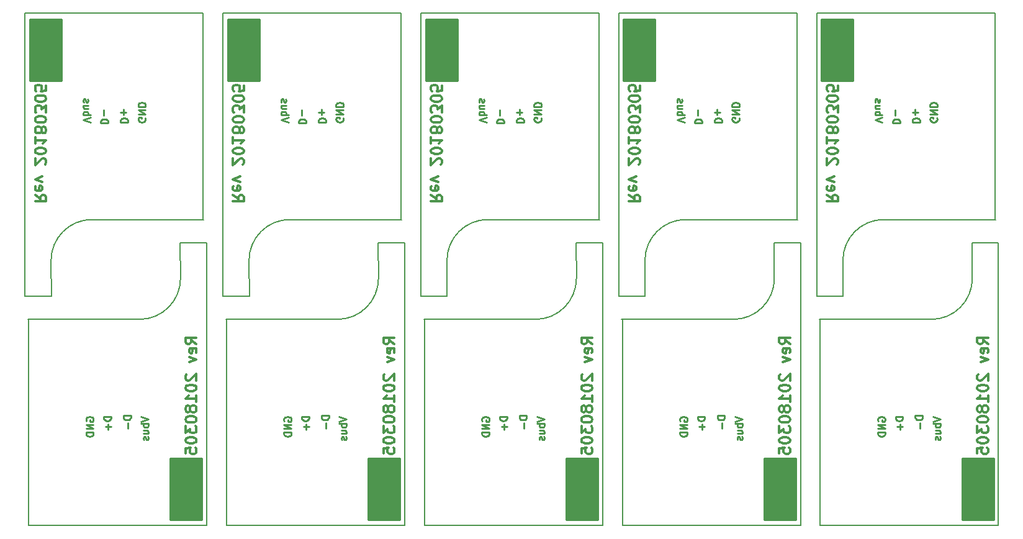
<source format=gbo>
%MOIN*%
%OFA0B0*%
%FSLAX46Y46*%
%IPPOS*%
%LPD*%
%ADD10C,0.0039370078740157488*%
%ADD11C,0.011811023622047244*%
%ADD12C,0.005905511811023622*%
%ADD13C,0.00984251968503937*%
%ADD14C,0.01*%
%ADD25C,0.0039370078740157488*%
%ADD26C,0.011811023622047244*%
%ADD27C,0.005905511811023622*%
%ADD28C,0.00984251968503937*%
%ADD29C,0.01*%
%ADD30C,0.0039370078740157488*%
%ADD31C,0.011811023622047244*%
%ADD32C,0.005905511811023622*%
%ADD33C,0.00984251968503937*%
%ADD34C,0.01*%
%ADD35C,0.0039370078740157488*%
%ADD36C,0.011811023622047244*%
%ADD37C,0.005905511811023622*%
%ADD38C,0.00984251968503937*%
%ADD39C,0.01*%
%ADD40C,0.0039370078740157488*%
%ADD41C,0.011811023622047244*%
%ADD42C,0.005905511811023622*%
%ADD43C,0.00984251968503937*%
%ADD44C,0.01*%
%ADD45C,0.0039370078740157488*%
%ADD46C,0.011811023622047244*%
%ADD47C,0.005905511811023622*%
%ADD48C,0.00984251968503937*%
%ADD49C,0.01*%
%ADD50C,0.0039370078740157488*%
%ADD51C,0.011811023622047244*%
%ADD52C,0.005905511811023622*%
%ADD53C,0.00984251968503937*%
%ADD54C,0.01*%
%ADD55C,0.0039370078740157488*%
%ADD56C,0.011811023622047244*%
%ADD57C,0.005905511811023622*%
%ADD58C,0.00984251968503937*%
%ADD59C,0.01*%
%ADD60C,0.0039370078740157488*%
%ADD61C,0.011811023622047244*%
%ADD62C,0.005905511811023622*%
%ADD63C,0.00984251968503937*%
%ADD64C,0.01*%
%ADD65C,0.0039370078740157488*%
%ADD66C,0.011811023622047244*%
%ADD67C,0.005905511811023622*%
%ADD68C,0.00984251968503937*%
%ADD69C,0.01*%
G01G01*
D10*
D11*
X0001220676Y0001214217D02*
X0001192554Y0001233902D01*
X0001220676Y0001247962D02*
X0001161620Y0001247962D01*
X0001161620Y0001225465D01*
X0001164433Y0001219841D01*
X0001167245Y0001217029D01*
X0001172869Y0001214217D01*
X0001181305Y0001214217D01*
X0001186930Y0001217029D01*
X0001189742Y0001219841D01*
X0001192554Y0001225465D01*
X0001192554Y0001247962D01*
X0001217863Y0001166410D02*
X0001220676Y0001172034D01*
X0001220676Y0001183283D01*
X0001217863Y0001188907D01*
X0001212239Y0001191719D01*
X0001189742Y0001191719D01*
X0001184118Y0001188907D01*
X0001181305Y0001183283D01*
X0001181305Y0001172034D01*
X0001184118Y0001166410D01*
X0001189742Y0001163598D01*
X0001195366Y0001163598D01*
X0001200990Y0001191719D01*
X0001181305Y0001143913D02*
X0001220676Y0001129852D01*
X0001181305Y0001115791D01*
X0001167245Y0001051112D02*
X0001164433Y0001048300D01*
X0001161620Y0001042675D01*
X0001161620Y0001028615D01*
X0001164433Y0001022990D01*
X0001167245Y0001020178D01*
X0001172869Y0001017366D01*
X0001178493Y0001017366D01*
X0001186930Y0001020178D01*
X0001220676Y0001053924D01*
X0001220676Y0001017366D01*
X0001161620Y0000980808D02*
X0001161620Y0000975184D01*
X0001164433Y0000969560D01*
X0001167245Y0000966747D01*
X0001172869Y0000963935D01*
X0001184118Y0000961123D01*
X0001198178Y0000961123D01*
X0001209427Y0000963935D01*
X0001215051Y0000966747D01*
X0001217863Y0000969560D01*
X0001220676Y0000975184D01*
X0001220676Y0000980808D01*
X0001217863Y0000986433D01*
X0001215051Y0000989245D01*
X0001209427Y0000992057D01*
X0001198178Y0000994869D01*
X0001184118Y0000994869D01*
X0001172869Y0000992057D01*
X0001167245Y0000989245D01*
X0001164433Y0000986433D01*
X0001161620Y0000980808D01*
X0001220676Y0000904880D02*
X0001220676Y0000938626D01*
X0001220676Y0000921753D02*
X0001161620Y0000921753D01*
X0001170057Y0000927377D01*
X0001175681Y0000933002D01*
X0001178493Y0000938626D01*
X0001186930Y0000871134D02*
X0001184118Y0000876759D01*
X0001181305Y0000879571D01*
X0001175681Y0000882383D01*
X0001172869Y0000882383D01*
X0001167245Y0000879571D01*
X0001164433Y0000876759D01*
X0001161620Y0000871134D01*
X0001161620Y0000859886D01*
X0001164433Y0000854262D01*
X0001167245Y0000851449D01*
X0001172869Y0000848637D01*
X0001175681Y0000848637D01*
X0001181305Y0000851449D01*
X0001184118Y0000854262D01*
X0001186930Y0000859886D01*
X0001186930Y0000871134D01*
X0001189742Y0000876759D01*
X0001192554Y0000879571D01*
X0001198178Y0000882383D01*
X0001209427Y0000882383D01*
X0001215051Y0000879571D01*
X0001217863Y0000876759D01*
X0001220676Y0000871134D01*
X0001220676Y0000859886D01*
X0001217863Y0000854262D01*
X0001215051Y0000851449D01*
X0001209427Y0000848637D01*
X0001198178Y0000848637D01*
X0001192554Y0000851449D01*
X0001189742Y0000854262D01*
X0001186930Y0000859886D01*
X0001161620Y0000812079D02*
X0001161620Y0000806455D01*
X0001164433Y0000800831D01*
X0001167245Y0000798019D01*
X0001172869Y0000795206D01*
X0001184118Y0000792394D01*
X0001198178Y0000792394D01*
X0001209427Y0000795206D01*
X0001215051Y0000798019D01*
X0001217863Y0000800831D01*
X0001220676Y0000806455D01*
X0001220676Y0000812079D01*
X0001217863Y0000817704D01*
X0001215051Y0000820516D01*
X0001209427Y0000823328D01*
X0001198178Y0000826140D01*
X0001184118Y0000826140D01*
X0001172869Y0000823328D01*
X0001167245Y0000820516D01*
X0001164433Y0000817704D01*
X0001161620Y0000812079D01*
X0001161620Y0000772709D02*
X0001161620Y0000736151D01*
X0001184118Y0000755836D01*
X0001184118Y0000747400D01*
X0001186930Y0000741776D01*
X0001189742Y0000738964D01*
X0001195366Y0000736151D01*
X0001209427Y0000736151D01*
X0001215051Y0000738964D01*
X0001217863Y0000741776D01*
X0001220676Y0000747400D01*
X0001220676Y0000764273D01*
X0001217863Y0000769897D01*
X0001215051Y0000772709D01*
X0001161620Y0000699593D02*
X0001161620Y0000693969D01*
X0001164433Y0000688345D01*
X0001167245Y0000685533D01*
X0001172869Y0000682721D01*
X0001184118Y0000679908D01*
X0001198178Y0000679908D01*
X0001209427Y0000682721D01*
X0001215051Y0000685533D01*
X0001217863Y0000688345D01*
X0001220676Y0000693969D01*
X0001220676Y0000699593D01*
X0001217863Y0000705218D01*
X0001215051Y0000708030D01*
X0001209427Y0000710842D01*
X0001198178Y0000713654D01*
X0001184118Y0000713654D01*
X0001172869Y0000710842D01*
X0001167245Y0000708030D01*
X0001164433Y0000705218D01*
X0001161620Y0000699593D01*
X0001161620Y0000626478D02*
X0001161620Y0000654599D01*
X0001189742Y0000657411D01*
X0001186930Y0000654599D01*
X0001184118Y0000648975D01*
X0001184118Y0000634914D01*
X0001186930Y0000629290D01*
X0001189742Y0000626478D01*
X0001195366Y0000623665D01*
X0001209427Y0000623665D01*
X0001215051Y0000626478D01*
X0001217863Y0000629290D01*
X0001220676Y0000634914D01*
X0001220676Y0000648975D01*
X0001217863Y0000654599D01*
X0001215051Y0000657411D01*
D12*
X0000914960Y0001346220D02*
G75*
G03G03X0001134960Y0001566220J0000220000D01X0001134960Y0001566220J0000220000D01*
G01G01*
D13*
X0000867833Y0000828832D02*
X0000828463Y0000828832D01*
X0000828463Y0000819458D01*
X0000830338Y0000813834D01*
X0000834088Y0000810085D01*
X0000837837Y0000808210D01*
X0000845336Y0000806335D01*
X0000850961Y0000806335D01*
X0000858460Y0000808210D01*
X0000862209Y0000810085D01*
X0000865959Y0000813834D01*
X0000867833Y0000819458D01*
X0000867833Y0000828832D01*
X0000852835Y0000789462D02*
X0000852835Y0000759466D01*
X0000761534Y0000824502D02*
X0000722164Y0000824502D01*
X0000722164Y0000815128D01*
X0000724039Y0000809503D01*
X0000727788Y0000805754D01*
X0000731538Y0000803879D01*
X0000739037Y0000802004D01*
X0000744661Y0000802004D01*
X0000752160Y0000803879D01*
X0000755910Y0000805754D01*
X0000759659Y0000809503D01*
X0000761534Y0000815128D01*
X0000761534Y0000824502D01*
X0000746536Y0000785131D02*
X0000746536Y0000755135D01*
X0000761534Y0000770133D02*
X0000731538Y0000770133D01*
X0000629551Y0000800523D02*
X0000627676Y0000804273D01*
X0000627676Y0000809897D01*
X0000629551Y0000815521D01*
X0000633300Y0000819271D01*
X0000637050Y0000821146D01*
X0000644549Y0000823020D01*
X0000650173Y0000823020D01*
X0000657672Y0000821146D01*
X0000661422Y0000819271D01*
X0000665171Y0000815521D01*
X0000667046Y0000809897D01*
X0000667046Y0000806148D01*
X0000665171Y0000800523D01*
X0000663296Y0000798649D01*
X0000650173Y0000798649D01*
X0000650173Y0000806148D01*
X0000667046Y0000781776D02*
X0000627676Y0000781776D01*
X0000667046Y0000759278D01*
X0000627676Y0000759278D01*
X0000667046Y0000740531D02*
X0000627676Y0000740531D01*
X0000627676Y0000731157D01*
X0000629551Y0000725533D01*
X0000633300Y0000721783D01*
X0000637050Y0000719908D01*
X0000644549Y0000718034D01*
X0000650173Y0000718034D01*
X0000657672Y0000719908D01*
X0000661422Y0000721783D01*
X0000665171Y0000725533D01*
X0000667046Y0000731157D01*
X0000667046Y0000740531D01*
X0000922952Y0000824970D02*
X0000962322Y0000811847D01*
X0000922952Y0000798724D01*
X0000962322Y0000785600D02*
X0000922952Y0000785600D01*
X0000937950Y0000785600D02*
X0000936075Y0000781851D01*
X0000936075Y0000774352D01*
X0000937950Y0000770602D01*
X0000939824Y0000768727D01*
X0000943574Y0000766852D01*
X0000954823Y0000766852D01*
X0000958572Y0000768727D01*
X0000960447Y0000770602D01*
X0000962322Y0000774352D01*
X0000962322Y0000781851D01*
X0000960447Y0000785600D01*
X0000936075Y0000733107D02*
X0000962322Y0000733107D01*
X0000936075Y0000749980D02*
X0000956697Y0000749980D01*
X0000960447Y0000748105D01*
X0000962322Y0000744355D01*
X0000962322Y0000738731D01*
X0000960447Y0000734981D01*
X0000958572Y0000733107D01*
X0000960447Y0000716234D02*
X0000962322Y0000712484D01*
X0000962322Y0000704985D01*
X0000960447Y0000701236D01*
X0000956697Y0000699361D01*
X0000954823Y0000699361D01*
X0000951073Y0000701236D01*
X0000949198Y0000704985D01*
X0000949198Y0000710610D01*
X0000947323Y0000714359D01*
X0000943574Y0000716234D01*
X0000941699Y0000716234D01*
X0000937950Y0000714359D01*
X0000936075Y0000710610D01*
X0000936075Y0000704985D01*
X0000937950Y0000701236D01*
D12*
X0000318527Y0000239031D02*
X0000318527Y0001343362D01*
X0001275220Y0000239031D02*
X0000318527Y0000239031D01*
X0001275220Y0001756748D02*
X0001275220Y0000239031D01*
X0001133488Y0001756748D02*
X0001275220Y0001756748D01*
X0001134960Y0001566220D02*
X0001133488Y0001756748D01*
X0000314960Y0001346220D02*
X0000914960Y0001346220D01*
D14*
G36*
X0001249960Y0000271220D02*
X0001079960Y0000271220D01*
X0001079960Y0000601220D01*
X0001249960Y0000601220D01*
X0001249960Y0000271220D01*
X0001249960Y0000271220D01*
G37*
X0001249960Y0000271220D02*
X0001079960Y0000271220D01*
X0001079960Y0000601220D01*
X0001249960Y0000601220D01*
X0001249960Y0000271220D01*
G04 next file*
G04 Gerber Fmt 4.6, Leading zero omitted, Abs format (unit mm)*
G04 Created by KiCad (PCBNEW 4.0.7) date Monday, 05 March 2018 'PMt' 22:45:11*
G01G01*
G04 APERTURE LIST*
G04 APERTURE END LIST*
D25*
D26*
X0001417119Y0002014129D02*
X0001445240Y0001994444D01*
X0001417119Y0001980383D02*
X0001476174Y0001980383D01*
X0001476174Y0002002880D01*
X0001473362Y0002008505D01*
X0001470550Y0002011317D01*
X0001464925Y0002014129D01*
X0001456489Y0002014129D01*
X0001450864Y0002011317D01*
X0001448052Y0002008505D01*
X0001445240Y0002002880D01*
X0001445240Y0001980383D01*
X0001419931Y0002061935D02*
X0001417119Y0002056311D01*
X0001417119Y0002045063D01*
X0001419931Y0002039438D01*
X0001425555Y0002036626D01*
X0001448052Y0002036626D01*
X0001453677Y0002039438D01*
X0001456489Y0002045063D01*
X0001456489Y0002056311D01*
X0001453677Y0002061935D01*
X0001448052Y0002064748D01*
X0001442428Y0002064748D01*
X0001436804Y0002036626D01*
X0001456489Y0002084433D02*
X0001417119Y0002098493D01*
X0001456489Y0002112554D01*
X0001470550Y0002177234D02*
X0001473362Y0002180046D01*
X0001476174Y0002185670D01*
X0001476174Y0002199731D01*
X0001473362Y0002205355D01*
X0001470550Y0002208167D01*
X0001464925Y0002210979D01*
X0001459301Y0002210979D01*
X0001450864Y0002208167D01*
X0001417119Y0002174421D01*
X0001417119Y0002210979D01*
X0001476174Y0002247537D02*
X0001476174Y0002253162D01*
X0001473362Y0002258786D01*
X0001470550Y0002261598D01*
X0001464925Y0002264410D01*
X0001453677Y0002267222D01*
X0001439616Y0002267222D01*
X0001428367Y0002264410D01*
X0001422743Y0002261598D01*
X0001419931Y0002258786D01*
X0001417119Y0002253162D01*
X0001417119Y0002247537D01*
X0001419931Y0002241913D01*
X0001422743Y0002239101D01*
X0001428367Y0002236289D01*
X0001439616Y0002233476D01*
X0001453677Y0002233476D01*
X0001464925Y0002236289D01*
X0001470550Y0002239101D01*
X0001473362Y0002241913D01*
X0001476174Y0002247537D01*
X0001417119Y0002323465D02*
X0001417119Y0002289719D01*
X0001417119Y0002306592D02*
X0001476174Y0002306592D01*
X0001467737Y0002300968D01*
X0001462113Y0002295344D01*
X0001459301Y0002289719D01*
X0001450864Y0002357211D02*
X0001453677Y0002351587D01*
X0001456489Y0002348775D01*
X0001462113Y0002345962D01*
X0001464925Y0002345962D01*
X0001470550Y0002348775D01*
X0001473362Y0002351587D01*
X0001476174Y0002357211D01*
X0001476174Y0002368460D01*
X0001473362Y0002374084D01*
X0001470550Y0002376896D01*
X0001464925Y0002379708D01*
X0001462113Y0002379708D01*
X0001456489Y0002376896D01*
X0001453677Y0002374084D01*
X0001450864Y0002368460D01*
X0001450864Y0002357211D01*
X0001448052Y0002351587D01*
X0001445240Y0002348775D01*
X0001439616Y0002345962D01*
X0001428367Y0002345962D01*
X0001422743Y0002348775D01*
X0001419931Y0002351587D01*
X0001417119Y0002357211D01*
X0001417119Y0002368460D01*
X0001419931Y0002374084D01*
X0001422743Y0002376896D01*
X0001428367Y0002379708D01*
X0001439616Y0002379708D01*
X0001445240Y0002376896D01*
X0001448052Y0002374084D01*
X0001450864Y0002368460D01*
X0001476174Y0002416266D02*
X0001476174Y0002421890D01*
X0001473362Y0002427515D01*
X0001470550Y0002430327D01*
X0001464925Y0002433139D01*
X0001453677Y0002435951D01*
X0001439616Y0002435951D01*
X0001428367Y0002433139D01*
X0001422743Y0002430327D01*
X0001419931Y0002427515D01*
X0001417119Y0002421890D01*
X0001417119Y0002416266D01*
X0001419931Y0002410642D01*
X0001422743Y0002407830D01*
X0001428367Y0002405017D01*
X0001439616Y0002402205D01*
X0001453677Y0002402205D01*
X0001464925Y0002405017D01*
X0001470550Y0002407830D01*
X0001473362Y0002410642D01*
X0001476174Y0002416266D01*
X0001476174Y0002455636D02*
X0001476174Y0002492194D01*
X0001453677Y0002472509D01*
X0001453677Y0002480945D01*
X0001450865Y0002486570D01*
X0001448052Y0002489382D01*
X0001442428Y0002492194D01*
X0001428367Y0002492194D01*
X0001422743Y0002489382D01*
X0001419931Y0002486570D01*
X0001417119Y0002480945D01*
X0001417119Y0002464073D01*
X0001419931Y0002458448D01*
X0001422743Y0002455636D01*
X0001476174Y0002528752D02*
X0001476174Y0002534376D01*
X0001473362Y0002540001D01*
X0001470550Y0002542813D01*
X0001464925Y0002545625D01*
X0001453677Y0002548437D01*
X0001439616Y0002548437D01*
X0001428367Y0002545625D01*
X0001422743Y0002542813D01*
X0001419931Y0002540001D01*
X0001417119Y0002534376D01*
X0001417119Y0002528752D01*
X0001419931Y0002523128D01*
X0001422743Y0002520316D01*
X0001428367Y0002517503D01*
X0001439616Y0002514691D01*
X0001453677Y0002514691D01*
X0001464925Y0002517503D01*
X0001470550Y0002520316D01*
X0001473362Y0002523128D01*
X0001476174Y0002528752D01*
X0001476174Y0002601868D02*
X0001476174Y0002573746D01*
X0001448052Y0002570934D01*
X0001450865Y0002573746D01*
X0001453677Y0002579371D01*
X0001453677Y0002593431D01*
X0001450865Y0002599056D01*
X0001448052Y0002601868D01*
X0001442428Y0002604680D01*
X0001428367Y0002604680D01*
X0001422743Y0002601868D01*
X0001419931Y0002599056D01*
X0001417119Y0002593431D01*
X0001417119Y0002579371D01*
X0001419931Y0002573746D01*
X0001422743Y0002570934D01*
D27*
X0001722834Y0001882125D02*
G75*
G03G03X0001502834Y0001662125J-0000220000D01X0001502834Y0001662125J-0000220000D01*
G01G01*
D28*
X0001769961Y0002399513D02*
X0001809331Y0002399513D01*
X0001809331Y0002408887D01*
X0001807456Y0002414511D01*
X0001803707Y0002418261D01*
X0001799957Y0002420136D01*
X0001792458Y0002422010D01*
X0001786834Y0002422010D01*
X0001779335Y0002420136D01*
X0001775585Y0002418261D01*
X0001771836Y0002414511D01*
X0001769961Y0002408887D01*
X0001769961Y0002399513D01*
X0001784959Y0002438883D02*
X0001784959Y0002468880D01*
X0001876260Y0002403844D02*
X0001915630Y0002403844D01*
X0001915630Y0002413218D01*
X0001913755Y0002418842D01*
X0001910006Y0002422592D01*
X0001906256Y0002424466D01*
X0001898757Y0002426341D01*
X0001893133Y0002426341D01*
X0001885634Y0002424466D01*
X0001881884Y0002422592D01*
X0001878135Y0002418842D01*
X0001876260Y0002413218D01*
X0001876260Y0002403844D01*
X0001891258Y0002443214D02*
X0001891258Y0002473210D01*
X0001876260Y0002458212D02*
X0001906256Y0002458212D01*
X0002008244Y0002427822D02*
X0002010118Y0002424073D01*
X0002010118Y0002418448D01*
X0002008244Y0002412824D01*
X0002004494Y0002409075D01*
X0002000745Y0002407200D01*
X0001993245Y0002405325D01*
X0001987621Y0002405325D01*
X0001980122Y0002407200D01*
X0001976373Y0002409075D01*
X0001972623Y0002412824D01*
X0001970748Y0002418448D01*
X0001970748Y0002422198D01*
X0001972623Y0002427822D01*
X0001974498Y0002429697D01*
X0001987621Y0002429697D01*
X0001987621Y0002422198D01*
X0001970748Y0002446570D02*
X0002010118Y0002446570D01*
X0001970748Y0002469067D01*
X0002010118Y0002469067D01*
X0001970748Y0002487815D02*
X0002010118Y0002487815D01*
X0002010118Y0002497188D01*
X0002008244Y0002502813D01*
X0002004494Y0002506562D01*
X0002000745Y0002508437D01*
X0001993245Y0002510312D01*
X0001987621Y0002510312D01*
X0001980122Y0002508437D01*
X0001976373Y0002506562D01*
X0001972623Y0002502813D01*
X0001970748Y0002497188D01*
X0001970748Y0002487815D01*
X0001714843Y0002403375D02*
X0001675473Y0002416499D01*
X0001714843Y0002429622D01*
X0001675473Y0002442745D02*
X0001714843Y0002442745D01*
X0001699845Y0002442745D02*
X0001701719Y0002446495D01*
X0001701719Y0002453994D01*
X0001699845Y0002457743D01*
X0001697970Y0002459618D01*
X0001694220Y0002461493D01*
X0001682972Y0002461493D01*
X0001679222Y0002459618D01*
X0001677347Y0002457743D01*
X0001675473Y0002453994D01*
X0001675473Y0002446495D01*
X0001677347Y0002442745D01*
X0001701719Y0002495239D02*
X0001675473Y0002495239D01*
X0001701719Y0002478366D02*
X0001681097Y0002478366D01*
X0001677347Y0002480241D01*
X0001675473Y0002483990D01*
X0001675473Y0002489614D01*
X0001677347Y0002493364D01*
X0001679222Y0002495239D01*
X0001677347Y0002512112D02*
X0001675473Y0002515861D01*
X0001675473Y0002523360D01*
X0001677347Y0002527110D01*
X0001681097Y0002528985D01*
X0001682972Y0002528985D01*
X0001686721Y0002527110D01*
X0001688596Y0002523360D01*
X0001688596Y0002517736D01*
X0001690471Y0002513986D01*
X0001694220Y0002512112D01*
X0001696095Y0002512112D01*
X0001699845Y0002513986D01*
X0001701719Y0002517736D01*
X0001701719Y0002523360D01*
X0001699845Y0002527110D01*
D27*
X0002319267Y0002989314D02*
X0002319267Y0001884984D01*
X0001362574Y0002989314D02*
X0002319267Y0002989314D01*
X0001362574Y0001471598D02*
X0001362574Y0002989314D01*
X0001504307Y0001471598D02*
X0001362574Y0001471598D01*
X0001502834Y0001662125D02*
X0001504307Y0001471598D01*
X0002322834Y0001882125D02*
X0001722834Y0001882125D01*
D29*
G36*
X0001387834Y0002957125D02*
X0001557834Y0002957125D01*
X0001557834Y0002627125D01*
X0001387834Y0002627125D01*
X0001387834Y0002957125D01*
X0001387834Y0002957125D01*
G37*
X0001387834Y0002957125D02*
X0001557834Y0002957125D01*
X0001557834Y0002627125D01*
X0001387834Y0002627125D01*
X0001387834Y0002957125D01*
G04 next file*
G04 Gerber Fmt 4.6, Leading zero omitted, Abs format (unit mm)*
G04 Created by KiCad (PCBNEW 4.0.7) date Monday, 05 March 2018 'PMt' 22:45:11*
G01G01*
G04 APERTURE LIST*
G04 APERTURE END LIST*
D30*
D31*
X0002283668Y0001214217D02*
X0002255546Y0001233902D01*
X0002283668Y0001247962D02*
X0002224613Y0001247962D01*
X0002224613Y0001225465D01*
X0002227425Y0001219841D01*
X0002230237Y0001217029D01*
X0002235861Y0001214217D01*
X0002244298Y0001214217D01*
X0002249922Y0001217029D01*
X0002252734Y0001219841D01*
X0002255546Y0001225465D01*
X0002255546Y0001247962D01*
X0002280856Y0001166410D02*
X0002283668Y0001172034D01*
X0002283668Y0001183283D01*
X0002280856Y0001188907D01*
X0002275231Y0001191719D01*
X0002252734Y0001191719D01*
X0002247110Y0001188907D01*
X0002244298Y0001183283D01*
X0002244298Y0001172034D01*
X0002247110Y0001166410D01*
X0002252734Y0001163598D01*
X0002258358Y0001163598D01*
X0002263983Y0001191719D01*
X0002244298Y0001143913D02*
X0002283668Y0001129852D01*
X0002244298Y0001115791D01*
X0002230237Y0001051112D02*
X0002227425Y0001048300D01*
X0002224613Y0001042675D01*
X0002224613Y0001028615D01*
X0002227425Y0001022990D01*
X0002230237Y0001020178D01*
X0002235861Y0001017366D01*
X0002241485Y0001017366D01*
X0002249922Y0001020178D01*
X0002283668Y0001053924D01*
X0002283668Y0001017366D01*
X0002224613Y0000980808D02*
X0002224613Y0000975184D01*
X0002227425Y0000969560D01*
X0002230237Y0000966747D01*
X0002235861Y0000963935D01*
X0002247110Y0000961123D01*
X0002261170Y0000961123D01*
X0002272419Y0000963935D01*
X0002278043Y0000966747D01*
X0002280856Y0000969560D01*
X0002283668Y0000975184D01*
X0002283668Y0000980808D01*
X0002280856Y0000986433D01*
X0002278043Y0000989245D01*
X0002272419Y0000992057D01*
X0002261170Y0000994869D01*
X0002247110Y0000994869D01*
X0002235861Y0000992057D01*
X0002230237Y0000989245D01*
X0002227425Y0000986433D01*
X0002224613Y0000980808D01*
X0002283668Y0000904880D02*
X0002283668Y0000938626D01*
X0002283668Y0000921753D02*
X0002224613Y0000921753D01*
X0002233049Y0000927377D01*
X0002238673Y0000933002D01*
X0002241485Y0000938626D01*
X0002249922Y0000871134D02*
X0002247110Y0000876759D01*
X0002244298Y0000879571D01*
X0002238673Y0000882383D01*
X0002235861Y0000882383D01*
X0002230237Y0000879571D01*
X0002227425Y0000876759D01*
X0002224613Y0000871134D01*
X0002224613Y0000859886D01*
X0002227425Y0000854262D01*
X0002230237Y0000851449D01*
X0002235861Y0000848637D01*
X0002238673Y0000848637D01*
X0002244298Y0000851449D01*
X0002247110Y0000854262D01*
X0002249922Y0000859886D01*
X0002249922Y0000871134D01*
X0002252734Y0000876759D01*
X0002255546Y0000879571D01*
X0002261170Y0000882383D01*
X0002272419Y0000882383D01*
X0002278043Y0000879571D01*
X0002280856Y0000876759D01*
X0002283668Y0000871134D01*
X0002283668Y0000859886D01*
X0002280856Y0000854262D01*
X0002278043Y0000851449D01*
X0002272419Y0000848637D01*
X0002261170Y0000848637D01*
X0002255546Y0000851449D01*
X0002252734Y0000854262D01*
X0002249922Y0000859886D01*
X0002224613Y0000812079D02*
X0002224613Y0000806455D01*
X0002227425Y0000800831D01*
X0002230237Y0000798019D01*
X0002235861Y0000795206D01*
X0002247110Y0000792394D01*
X0002261170Y0000792394D01*
X0002272419Y0000795206D01*
X0002278043Y0000798019D01*
X0002280856Y0000800831D01*
X0002283668Y0000806455D01*
X0002283668Y0000812079D01*
X0002280856Y0000817704D01*
X0002278043Y0000820516D01*
X0002272419Y0000823328D01*
X0002261170Y0000826140D01*
X0002247110Y0000826140D01*
X0002235861Y0000823328D01*
X0002230237Y0000820516D01*
X0002227425Y0000817704D01*
X0002224613Y0000812079D01*
X0002224613Y0000772709D02*
X0002224613Y0000736151D01*
X0002247110Y0000755836D01*
X0002247110Y0000747400D01*
X0002249922Y0000741776D01*
X0002252734Y0000738964D01*
X0002258358Y0000736151D01*
X0002272419Y0000736151D01*
X0002278043Y0000738964D01*
X0002280856Y0000741776D01*
X0002283668Y0000747400D01*
X0002283668Y0000764273D01*
X0002280856Y0000769897D01*
X0002278043Y0000772709D01*
X0002224613Y0000699593D02*
X0002224613Y0000693969D01*
X0002227425Y0000688345D01*
X0002230237Y0000685533D01*
X0002235861Y0000682721D01*
X0002247110Y0000679908D01*
X0002261170Y0000679908D01*
X0002272419Y0000682721D01*
X0002278043Y0000685533D01*
X0002280856Y0000688345D01*
X0002283668Y0000693969D01*
X0002283668Y0000699593D01*
X0002280856Y0000705218D01*
X0002278043Y0000708030D01*
X0002272419Y0000710842D01*
X0002261170Y0000713654D01*
X0002247110Y0000713654D01*
X0002235861Y0000710842D01*
X0002230237Y0000708030D01*
X0002227425Y0000705218D01*
X0002224613Y0000699593D01*
X0002224613Y0000626478D02*
X0002224613Y0000654599D01*
X0002252734Y0000657411D01*
X0002249922Y0000654599D01*
X0002247110Y0000648975D01*
X0002247110Y0000634914D01*
X0002249922Y0000629290D01*
X0002252734Y0000626478D01*
X0002258358Y0000623665D01*
X0002272419Y0000623665D01*
X0002278043Y0000626478D01*
X0002280856Y0000629290D01*
X0002283668Y0000634914D01*
X0002283668Y0000648975D01*
X0002280856Y0000654599D01*
X0002278043Y0000657411D01*
D32*
X0001977952Y0001346220D02*
G75*
G03G03X0002197952Y0001566220J0000220000D01X0002197952Y0001566220J0000220000D01*
G01G01*
D33*
X0001930826Y0000828832D02*
X0001891455Y0000828832D01*
X0001891455Y0000819458D01*
X0001893330Y0000813834D01*
X0001897080Y0000810085D01*
X0001900829Y0000808210D01*
X0001908328Y0000806335D01*
X0001913953Y0000806335D01*
X0001921452Y0000808210D01*
X0001925201Y0000810085D01*
X0001928951Y0000813834D01*
X0001930826Y0000819458D01*
X0001930826Y0000828832D01*
X0001915827Y0000789462D02*
X0001915827Y0000759466D01*
X0001824526Y0000824502D02*
X0001785156Y0000824502D01*
X0001785156Y0000815128D01*
X0001787031Y0000809503D01*
X0001790781Y0000805754D01*
X0001794530Y0000803879D01*
X0001802029Y0000802004D01*
X0001807653Y0000802004D01*
X0001815152Y0000803879D01*
X0001818902Y0000805754D01*
X0001822652Y0000809503D01*
X0001824526Y0000815128D01*
X0001824526Y0000824502D01*
X0001809528Y0000785131D02*
X0001809528Y0000755135D01*
X0001824526Y0000770133D02*
X0001794530Y0000770133D01*
X0001692543Y0000800523D02*
X0001690668Y0000804273D01*
X0001690668Y0000809897D01*
X0001692543Y0000815521D01*
X0001696292Y0000819271D01*
X0001700042Y0000821146D01*
X0001707541Y0000823020D01*
X0001713165Y0000823020D01*
X0001720664Y0000821146D01*
X0001724414Y0000819271D01*
X0001728163Y0000815521D01*
X0001730038Y0000809897D01*
X0001730038Y0000806148D01*
X0001728163Y0000800523D01*
X0001726289Y0000798649D01*
X0001713165Y0000798649D01*
X0001713165Y0000806148D01*
X0001730038Y0000781776D02*
X0001690668Y0000781776D01*
X0001730038Y0000759278D01*
X0001690668Y0000759278D01*
X0001730038Y0000740531D02*
X0001690668Y0000740531D01*
X0001690668Y0000731157D01*
X0001692543Y0000725533D01*
X0001696292Y0000721783D01*
X0001700042Y0000719908D01*
X0001707541Y0000718034D01*
X0001713165Y0000718034D01*
X0001720664Y0000719908D01*
X0001724414Y0000721783D01*
X0001728163Y0000725533D01*
X0001730038Y0000731157D01*
X0001730038Y0000740531D01*
X0001985944Y0000824970D02*
X0002025314Y0000811847D01*
X0001985944Y0000798724D01*
X0002025314Y0000785600D02*
X0001985944Y0000785600D01*
X0002000942Y0000785600D02*
X0001999067Y0000781851D01*
X0001999067Y0000774352D01*
X0002000942Y0000770602D01*
X0002002817Y0000768727D01*
X0002006566Y0000766852D01*
X0002017815Y0000766852D01*
X0002021564Y0000768727D01*
X0002023439Y0000770602D01*
X0002025314Y0000774352D01*
X0002025314Y0000781851D01*
X0002023439Y0000785600D01*
X0001999067Y0000733107D02*
X0002025314Y0000733107D01*
X0001999067Y0000749980D02*
X0002019689Y0000749980D01*
X0002023439Y0000748105D01*
X0002025314Y0000744355D01*
X0002025314Y0000738731D01*
X0002023439Y0000734981D01*
X0002021564Y0000733107D01*
X0002023439Y0000716234D02*
X0002025314Y0000712484D01*
X0002025314Y0000704985D01*
X0002023439Y0000701236D01*
X0002019689Y0000699361D01*
X0002017815Y0000699361D01*
X0002014065Y0000701236D01*
X0002012190Y0000704985D01*
X0002012190Y0000710610D01*
X0002010316Y0000714359D01*
X0002006566Y0000716234D01*
X0002004691Y0000716234D01*
X0002000942Y0000714359D01*
X0001999067Y0000710610D01*
X0001999067Y0000704985D01*
X0002000942Y0000701236D01*
D32*
X0001381519Y0000239031D02*
X0001381519Y0001343362D01*
X0002338212Y0000239031D02*
X0001381519Y0000239031D01*
X0002338212Y0001756748D02*
X0002338212Y0000239031D01*
X0002196480Y0001756748D02*
X0002338212Y0001756748D01*
X0002197952Y0001566220D02*
X0002196480Y0001756748D01*
X0001377952Y0001346220D02*
X0001977952Y0001346220D01*
D34*
G36*
X0002312952Y0000271220D02*
X0002142952Y0000271220D01*
X0002142952Y0000601220D01*
X0002312952Y0000601220D01*
X0002312952Y0000271220D01*
X0002312952Y0000271220D01*
G37*
X0002312952Y0000271220D02*
X0002142952Y0000271220D01*
X0002142952Y0000601220D01*
X0002312952Y0000601220D01*
X0002312952Y0000271220D01*
G04 next file*
G04 Gerber Fmt 4.6, Leading zero omitted, Abs format (unit mm)*
G04 Created by KiCad (PCBNEW 4.0.7) date Monday, 05 March 2018 'PMt' 22:45:11*
G01G01*
G04 APERTURE LIST*
G04 APERTURE END LIST*
D35*
D36*
X0000354127Y0002014129D02*
X0000382248Y0001994444D01*
X0000354127Y0001980383D02*
X0000413182Y0001980383D01*
X0000413182Y0002002880D01*
X0000410370Y0002008505D01*
X0000407557Y0002011317D01*
X0000401933Y0002014129D01*
X0000393497Y0002014129D01*
X0000387872Y0002011317D01*
X0000385060Y0002008505D01*
X0000382248Y0002002880D01*
X0000382248Y0001980383D01*
X0000356939Y0002061935D02*
X0000354127Y0002056311D01*
X0000354127Y0002045063D01*
X0000356939Y0002039438D01*
X0000362563Y0002036626D01*
X0000385060Y0002036626D01*
X0000390685Y0002039438D01*
X0000393497Y0002045063D01*
X0000393497Y0002056311D01*
X0000390685Y0002061935D01*
X0000385060Y0002064748D01*
X0000379436Y0002064748D01*
X0000373812Y0002036626D01*
X0000393497Y0002084433D02*
X0000354127Y0002098493D01*
X0000393497Y0002112554D01*
X0000407557Y0002177234D02*
X0000410370Y0002180046D01*
X0000413182Y0002185670D01*
X0000413182Y0002199731D01*
X0000410370Y0002205355D01*
X0000407557Y0002208167D01*
X0000401933Y0002210979D01*
X0000396309Y0002210979D01*
X0000387872Y0002208167D01*
X0000354127Y0002174421D01*
X0000354127Y0002210979D01*
X0000413182Y0002247537D02*
X0000413182Y0002253162D01*
X0000410370Y0002258786D01*
X0000407557Y0002261598D01*
X0000401933Y0002264410D01*
X0000390685Y0002267222D01*
X0000376624Y0002267222D01*
X0000365375Y0002264410D01*
X0000359751Y0002261598D01*
X0000356939Y0002258786D01*
X0000354127Y0002253162D01*
X0000354127Y0002247537D01*
X0000356939Y0002241913D01*
X0000359751Y0002239101D01*
X0000365375Y0002236289D01*
X0000376624Y0002233476D01*
X0000390685Y0002233476D01*
X0000401933Y0002236289D01*
X0000407557Y0002239101D01*
X0000410370Y0002241913D01*
X0000413182Y0002247537D01*
X0000354127Y0002323465D02*
X0000354127Y0002289719D01*
X0000354127Y0002306592D02*
X0000413182Y0002306592D01*
X0000404745Y0002300968D01*
X0000399121Y0002295344D01*
X0000396309Y0002289719D01*
X0000387872Y0002357211D02*
X0000390685Y0002351587D01*
X0000393497Y0002348775D01*
X0000399121Y0002345962D01*
X0000401933Y0002345962D01*
X0000407557Y0002348775D01*
X0000410370Y0002351587D01*
X0000413182Y0002357211D01*
X0000413182Y0002368460D01*
X0000410370Y0002374084D01*
X0000407557Y0002376896D01*
X0000401933Y0002379708D01*
X0000399121Y0002379708D01*
X0000393497Y0002376896D01*
X0000390685Y0002374084D01*
X0000387872Y0002368460D01*
X0000387872Y0002357211D01*
X0000385060Y0002351587D01*
X0000382248Y0002348775D01*
X0000376624Y0002345962D01*
X0000365375Y0002345962D01*
X0000359751Y0002348775D01*
X0000356939Y0002351587D01*
X0000354127Y0002357211D01*
X0000354127Y0002368460D01*
X0000356939Y0002374084D01*
X0000359751Y0002376896D01*
X0000365375Y0002379708D01*
X0000376624Y0002379708D01*
X0000382248Y0002376896D01*
X0000385060Y0002374084D01*
X0000387872Y0002368460D01*
X0000413182Y0002416266D02*
X0000413182Y0002421890D01*
X0000410370Y0002427515D01*
X0000407557Y0002430327D01*
X0000401933Y0002433139D01*
X0000390685Y0002435951D01*
X0000376624Y0002435951D01*
X0000365375Y0002433139D01*
X0000359751Y0002430327D01*
X0000356939Y0002427515D01*
X0000354127Y0002421890D01*
X0000354127Y0002416266D01*
X0000356939Y0002410642D01*
X0000359751Y0002407830D01*
X0000365375Y0002405017D01*
X0000376624Y0002402205D01*
X0000390685Y0002402205D01*
X0000401933Y0002405017D01*
X0000407557Y0002407830D01*
X0000410370Y0002410642D01*
X0000413182Y0002416266D01*
X0000413182Y0002455636D02*
X0000413182Y0002492194D01*
X0000390685Y0002472509D01*
X0000390685Y0002480945D01*
X0000387872Y0002486570D01*
X0000385060Y0002489382D01*
X0000379436Y0002492194D01*
X0000365375Y0002492194D01*
X0000359751Y0002489382D01*
X0000356939Y0002486570D01*
X0000354127Y0002480945D01*
X0000354127Y0002464073D01*
X0000356939Y0002458448D01*
X0000359751Y0002455636D01*
X0000413182Y0002528752D02*
X0000413182Y0002534376D01*
X0000410370Y0002540001D01*
X0000407557Y0002542813D01*
X0000401933Y0002545625D01*
X0000390685Y0002548437D01*
X0000376624Y0002548437D01*
X0000365375Y0002545625D01*
X0000359751Y0002542813D01*
X0000356939Y0002540001D01*
X0000354127Y0002534376D01*
X0000354127Y0002528752D01*
X0000356939Y0002523128D01*
X0000359751Y0002520315D01*
X0000365375Y0002517503D01*
X0000376624Y0002514691D01*
X0000390685Y0002514691D01*
X0000401933Y0002517503D01*
X0000407557Y0002520315D01*
X0000410370Y0002523128D01*
X0000413182Y0002528752D01*
X0000413182Y0002601868D02*
X0000413182Y0002573746D01*
X0000385060Y0002570934D01*
X0000387872Y0002573746D01*
X0000390685Y0002579371D01*
X0000390685Y0002593431D01*
X0000387872Y0002599056D01*
X0000385060Y0002601868D01*
X0000379436Y0002604680D01*
X0000365375Y0002604680D01*
X0000359751Y0002601868D01*
X0000356939Y0002599056D01*
X0000354127Y0002593431D01*
X0000354127Y0002579371D01*
X0000356939Y0002573746D01*
X0000359751Y0002570934D01*
D37*
X0000659842Y0001882125D02*
G75*
G03G03X0000439842Y0001662125J-0000220000D01X0000439842Y0001662125J-0000220000D01*
G01G01*
D38*
X0000706969Y0002399513D02*
X0000746339Y0002399513D01*
X0000746339Y0002408887D01*
X0000744464Y0002414511D01*
X0000740715Y0002418261D01*
X0000736965Y0002420136D01*
X0000729466Y0002422010D01*
X0000723842Y0002422010D01*
X0000716343Y0002420136D01*
X0000712593Y0002418261D01*
X0000708844Y0002414511D01*
X0000706969Y0002408887D01*
X0000706969Y0002399513D01*
X0000721967Y0002438883D02*
X0000721967Y0002468880D01*
X0000813268Y0002403844D02*
X0000852638Y0002403844D01*
X0000852638Y0002413218D01*
X0000850763Y0002418842D01*
X0000847014Y0002422592D01*
X0000843264Y0002424466D01*
X0000835765Y0002426341D01*
X0000830141Y0002426341D01*
X0000822642Y0002424466D01*
X0000818892Y0002422592D01*
X0000815143Y0002418842D01*
X0000813268Y0002413218D01*
X0000813268Y0002403844D01*
X0000828266Y0002443214D02*
X0000828266Y0002473210D01*
X0000813268Y0002458212D02*
X0000843264Y0002458212D01*
X0000945251Y0002427822D02*
X0000947126Y0002424073D01*
X0000947126Y0002418448D01*
X0000945251Y0002412824D01*
X0000941502Y0002409075D01*
X0000937752Y0002407200D01*
X0000930253Y0002405325D01*
X0000924629Y0002405325D01*
X0000917130Y0002407200D01*
X0000913380Y0002409075D01*
X0000909631Y0002412824D01*
X0000907756Y0002418448D01*
X0000907756Y0002422198D01*
X0000909631Y0002427822D01*
X0000911506Y0002429697D01*
X0000924629Y0002429697D01*
X0000924629Y0002422198D01*
X0000907756Y0002446570D02*
X0000947126Y0002446570D01*
X0000907756Y0002469067D01*
X0000947126Y0002469067D01*
X0000907756Y0002487815D02*
X0000947126Y0002487815D01*
X0000947126Y0002497188D01*
X0000945251Y0002502813D01*
X0000941502Y0002506562D01*
X0000937752Y0002508437D01*
X0000930253Y0002510312D01*
X0000924629Y0002510312D01*
X0000917130Y0002508437D01*
X0000913380Y0002506562D01*
X0000909631Y0002502813D01*
X0000907756Y0002497188D01*
X0000907756Y0002487815D01*
X0000651851Y0002403375D02*
X0000612481Y0002416499D01*
X0000651851Y0002429622D01*
X0000612481Y0002442745D02*
X0000651851Y0002442745D01*
X0000636853Y0002442745D02*
X0000638727Y0002446495D01*
X0000638727Y0002453994D01*
X0000636853Y0002457743D01*
X0000634978Y0002459618D01*
X0000631228Y0002461493D01*
X0000619980Y0002461493D01*
X0000616230Y0002459618D01*
X0000614355Y0002457743D01*
X0000612481Y0002453994D01*
X0000612481Y0002446495D01*
X0000614355Y0002442745D01*
X0000638727Y0002495239D02*
X0000612481Y0002495239D01*
X0000638727Y0002478366D02*
X0000618105Y0002478366D01*
X0000614355Y0002480241D01*
X0000612481Y0002483990D01*
X0000612481Y0002489614D01*
X0000614355Y0002493364D01*
X0000616230Y0002495239D01*
X0000614355Y0002512112D02*
X0000612481Y0002515861D01*
X0000612481Y0002523360D01*
X0000614355Y0002527110D01*
X0000618105Y0002528985D01*
X0000619980Y0002528985D01*
X0000623729Y0002527110D01*
X0000625604Y0002523360D01*
X0000625604Y0002517736D01*
X0000627479Y0002513986D01*
X0000631228Y0002512112D01*
X0000633103Y0002512112D01*
X0000636853Y0002513986D01*
X0000638727Y0002517736D01*
X0000638727Y0002523360D01*
X0000636853Y0002527110D01*
D37*
X0001256275Y0002989314D02*
X0001256275Y0001884984D01*
X0000299582Y0002989314D02*
X0001256275Y0002989314D01*
X0000299582Y0001471598D02*
X0000299582Y0002989314D01*
X0000441314Y0001471598D02*
X0000299582Y0001471598D01*
X0000439842Y0001662125D02*
X0000441314Y0001471598D01*
X0001259842Y0001882125D02*
X0000659842Y0001882125D01*
D39*
G36*
X0000324842Y0002957125D02*
X0000494842Y0002957125D01*
X0000494842Y0002627125D01*
X0000324842Y0002627125D01*
X0000324842Y0002957125D01*
X0000324842Y0002957125D01*
G37*
X0000324842Y0002957125D02*
X0000494842Y0002957125D01*
X0000494842Y0002627125D01*
X0000324842Y0002627125D01*
X0000324842Y0002957125D01*
G04 next file*
G04 Gerber Fmt 4.6, Leading zero omitted, Abs format (unit mm)*
G04 Created by KiCad (PCBNEW 4.0.7) date Monday, 05 March 2018 'PMt' 22:45:11*
G01G01*
G04 APERTURE LIST*
G04 APERTURE END LIST*
D40*
D41*
X0002480111Y0002014129D02*
X0002508232Y0001994444D01*
X0002480111Y0001980383D02*
X0002539166Y0001980383D01*
X0002539166Y0002002880D01*
X0002536354Y0002008505D01*
X0002533542Y0002011317D01*
X0002527917Y0002014129D01*
X0002519481Y0002014129D01*
X0002513857Y0002011317D01*
X0002511044Y0002008505D01*
X0002508232Y0002002880D01*
X0002508232Y0001980383D01*
X0002482923Y0002061935D02*
X0002480111Y0002056311D01*
X0002480111Y0002045063D01*
X0002482923Y0002039438D01*
X0002488547Y0002036626D01*
X0002511044Y0002036626D01*
X0002516669Y0002039438D01*
X0002519481Y0002045063D01*
X0002519481Y0002056311D01*
X0002516669Y0002061935D01*
X0002511044Y0002064748D01*
X0002505420Y0002064748D01*
X0002499796Y0002036626D01*
X0002519481Y0002084433D02*
X0002480111Y0002098493D01*
X0002519481Y0002112554D01*
X0002533542Y0002177234D02*
X0002536354Y0002180046D01*
X0002539166Y0002185670D01*
X0002539166Y0002199731D01*
X0002536354Y0002205355D01*
X0002533542Y0002208167D01*
X0002527917Y0002210979D01*
X0002522293Y0002210979D01*
X0002513857Y0002208167D01*
X0002480111Y0002174421D01*
X0002480111Y0002210979D01*
X0002539166Y0002247537D02*
X0002539166Y0002253162D01*
X0002536354Y0002258786D01*
X0002533542Y0002261598D01*
X0002527917Y0002264410D01*
X0002516669Y0002267222D01*
X0002502608Y0002267222D01*
X0002491359Y0002264410D01*
X0002485735Y0002261598D01*
X0002482923Y0002258786D01*
X0002480111Y0002253162D01*
X0002480111Y0002247537D01*
X0002482923Y0002241913D01*
X0002485735Y0002239101D01*
X0002491359Y0002236289D01*
X0002502608Y0002233476D01*
X0002516669Y0002233476D01*
X0002527917Y0002236289D01*
X0002533542Y0002239101D01*
X0002536354Y0002241913D01*
X0002539166Y0002247537D01*
X0002480111Y0002323465D02*
X0002480111Y0002289719D01*
X0002480111Y0002306592D02*
X0002539166Y0002306592D01*
X0002530730Y0002300968D01*
X0002525105Y0002295344D01*
X0002522293Y0002289719D01*
X0002513857Y0002357211D02*
X0002516669Y0002351587D01*
X0002519481Y0002348775D01*
X0002525105Y0002345962D01*
X0002527917Y0002345962D01*
X0002533542Y0002348775D01*
X0002536354Y0002351587D01*
X0002539166Y0002357211D01*
X0002539166Y0002368460D01*
X0002536354Y0002374084D01*
X0002533542Y0002376896D01*
X0002527917Y0002379708D01*
X0002525105Y0002379708D01*
X0002519481Y0002376896D01*
X0002516669Y0002374084D01*
X0002513857Y0002368460D01*
X0002513857Y0002357211D01*
X0002511044Y0002351587D01*
X0002508232Y0002348775D01*
X0002502608Y0002345962D01*
X0002491359Y0002345962D01*
X0002485735Y0002348775D01*
X0002482923Y0002351587D01*
X0002480111Y0002357211D01*
X0002480111Y0002368460D01*
X0002482923Y0002374084D01*
X0002485735Y0002376896D01*
X0002491359Y0002379708D01*
X0002502608Y0002379708D01*
X0002508232Y0002376896D01*
X0002511044Y0002374084D01*
X0002513857Y0002368460D01*
X0002539166Y0002416266D02*
X0002539166Y0002421890D01*
X0002536354Y0002427515D01*
X0002533542Y0002430327D01*
X0002527917Y0002433139D01*
X0002516669Y0002435951D01*
X0002502608Y0002435951D01*
X0002491359Y0002433139D01*
X0002485735Y0002430327D01*
X0002482923Y0002427515D01*
X0002480111Y0002421890D01*
X0002480111Y0002416266D01*
X0002482923Y0002410642D01*
X0002485735Y0002407830D01*
X0002491359Y0002405017D01*
X0002502608Y0002402205D01*
X0002516669Y0002402205D01*
X0002527917Y0002405017D01*
X0002533542Y0002407830D01*
X0002536354Y0002410642D01*
X0002539166Y0002416266D01*
X0002539166Y0002455636D02*
X0002539166Y0002492194D01*
X0002516669Y0002472509D01*
X0002516669Y0002480945D01*
X0002513857Y0002486570D01*
X0002511045Y0002489382D01*
X0002505420Y0002492194D01*
X0002491359Y0002492194D01*
X0002485735Y0002489382D01*
X0002482923Y0002486570D01*
X0002480111Y0002480945D01*
X0002480111Y0002464073D01*
X0002482923Y0002458448D01*
X0002485735Y0002455636D01*
X0002539166Y0002528752D02*
X0002539166Y0002534376D01*
X0002536354Y0002540001D01*
X0002533542Y0002542813D01*
X0002527917Y0002545625D01*
X0002516669Y0002548437D01*
X0002502608Y0002548437D01*
X0002491359Y0002545625D01*
X0002485735Y0002542813D01*
X0002482923Y0002540001D01*
X0002480111Y0002534376D01*
X0002480111Y0002528752D01*
X0002482923Y0002523128D01*
X0002485735Y0002520316D01*
X0002491359Y0002517503D01*
X0002502608Y0002514691D01*
X0002516669Y0002514691D01*
X0002527917Y0002517503D01*
X0002533542Y0002520316D01*
X0002536354Y0002523128D01*
X0002539166Y0002528752D01*
X0002539166Y0002601868D02*
X0002539166Y0002573746D01*
X0002511045Y0002570934D01*
X0002513857Y0002573746D01*
X0002516669Y0002579371D01*
X0002516669Y0002593431D01*
X0002513857Y0002599056D01*
X0002511045Y0002601868D01*
X0002505420Y0002604680D01*
X0002491359Y0002604680D01*
X0002485735Y0002601868D01*
X0002482923Y0002599056D01*
X0002480111Y0002593431D01*
X0002480111Y0002579371D01*
X0002482923Y0002573746D01*
X0002485735Y0002570934D01*
D42*
X0002785826Y0001882125D02*
G75*
G03G03X0002565826Y0001662125J-0000220000D01X0002565826Y0001662125J-0000220000D01*
G01G01*
D43*
X0002832953Y0002399513D02*
X0002872323Y0002399513D01*
X0002872323Y0002408887D01*
X0002870448Y0002414511D01*
X0002866699Y0002418261D01*
X0002862949Y0002420136D01*
X0002855450Y0002422010D01*
X0002849826Y0002422010D01*
X0002842327Y0002420136D01*
X0002838577Y0002418261D01*
X0002834828Y0002414511D01*
X0002832953Y0002408887D01*
X0002832953Y0002399513D01*
X0002847951Y0002438883D02*
X0002847951Y0002468880D01*
X0002939252Y0002403844D02*
X0002978622Y0002403844D01*
X0002978622Y0002413218D01*
X0002976748Y0002418842D01*
X0002972998Y0002422592D01*
X0002969248Y0002424466D01*
X0002961749Y0002426341D01*
X0002956125Y0002426341D01*
X0002948626Y0002424466D01*
X0002944877Y0002422592D01*
X0002941127Y0002418842D01*
X0002939252Y0002413218D01*
X0002939252Y0002403844D01*
X0002954250Y0002443214D02*
X0002954250Y0002473210D01*
X0002939252Y0002458212D02*
X0002969248Y0002458212D01*
X0003071236Y0002427822D02*
X0003073110Y0002424073D01*
X0003073110Y0002418448D01*
X0003071236Y0002412824D01*
X0003067486Y0002409075D01*
X0003063737Y0002407200D01*
X0003056238Y0002405325D01*
X0003050613Y0002405325D01*
X0003043114Y0002407200D01*
X0003039365Y0002409075D01*
X0003035615Y0002412824D01*
X0003033740Y0002418448D01*
X0003033740Y0002422198D01*
X0003035615Y0002427822D01*
X0003037490Y0002429697D01*
X0003050613Y0002429697D01*
X0003050613Y0002422198D01*
X0003033740Y0002446570D02*
X0003073110Y0002446570D01*
X0003033740Y0002469067D01*
X0003073110Y0002469067D01*
X0003033740Y0002487815D02*
X0003073110Y0002487815D01*
X0003073110Y0002497188D01*
X0003071236Y0002502813D01*
X0003067486Y0002506562D01*
X0003063737Y0002508437D01*
X0003056238Y0002510312D01*
X0003050613Y0002510312D01*
X0003043114Y0002508437D01*
X0003039365Y0002506562D01*
X0003035615Y0002502813D01*
X0003033740Y0002497188D01*
X0003033740Y0002487815D01*
X0002777835Y0002403375D02*
X0002738465Y0002416499D01*
X0002777835Y0002429622D01*
X0002738465Y0002442745D02*
X0002777835Y0002442745D01*
X0002762837Y0002442745D02*
X0002764712Y0002446495D01*
X0002764712Y0002453994D01*
X0002762837Y0002457743D01*
X0002760962Y0002459618D01*
X0002757212Y0002461493D01*
X0002745964Y0002461493D01*
X0002742214Y0002459618D01*
X0002740340Y0002457743D01*
X0002738465Y0002453994D01*
X0002738465Y0002446495D01*
X0002740340Y0002442745D01*
X0002764712Y0002495239D02*
X0002738465Y0002495239D01*
X0002764712Y0002478366D02*
X0002744089Y0002478366D01*
X0002740340Y0002480241D01*
X0002738465Y0002483990D01*
X0002738465Y0002489614D01*
X0002740340Y0002493364D01*
X0002742214Y0002495239D01*
X0002740340Y0002512112D02*
X0002738465Y0002515861D01*
X0002738465Y0002523360D01*
X0002740340Y0002527110D01*
X0002744089Y0002528985D01*
X0002745964Y0002528985D01*
X0002749713Y0002527110D01*
X0002751588Y0002523360D01*
X0002751588Y0002517736D01*
X0002753463Y0002513986D01*
X0002757212Y0002512112D01*
X0002759087Y0002512112D01*
X0002762837Y0002513986D01*
X0002764712Y0002517736D01*
X0002764712Y0002523360D01*
X0002762837Y0002527110D01*
D42*
X0003382259Y0002989314D02*
X0003382259Y0001884984D01*
X0002425566Y0002989314D02*
X0003382259Y0002989314D01*
X0002425566Y0001471598D02*
X0002425566Y0002989314D01*
X0002567299Y0001471598D02*
X0002425566Y0001471598D01*
X0002565826Y0001662125D02*
X0002567299Y0001471598D01*
X0003385826Y0001882125D02*
X0002785826Y0001882125D01*
D44*
G36*
X0002450826Y0002957125D02*
X0002620826Y0002957125D01*
X0002620826Y0002627125D01*
X0002450826Y0002627125D01*
X0002450826Y0002957125D01*
X0002450826Y0002957125D01*
G37*
X0002450826Y0002957125D02*
X0002620826Y0002957125D01*
X0002620826Y0002627125D01*
X0002450826Y0002627125D01*
X0002450826Y0002957125D01*
G04 next file*
G04 Gerber Fmt 4.6, Leading zero omitted, Abs format (unit mm)*
G04 Created by KiCad (PCBNEW 4.0.7) date Monday, 05 March 2018 'PMt' 22:45:11*
G01G01*
G04 APERTURE LIST*
G04 APERTURE END LIST*
D45*
D46*
X0003346660Y0001214217D02*
X0003318538Y0001233902D01*
X0003346660Y0001247962D02*
X0003287605Y0001247962D01*
X0003287605Y0001225465D01*
X0003290417Y0001219841D01*
X0003293229Y0001217029D01*
X0003298853Y0001214217D01*
X0003307290Y0001214217D01*
X0003312914Y0001217029D01*
X0003315726Y0001219841D01*
X0003318538Y0001225465D01*
X0003318538Y0001247962D01*
X0003343848Y0001166410D02*
X0003346660Y0001172034D01*
X0003346660Y0001183283D01*
X0003343848Y0001188907D01*
X0003338223Y0001191719D01*
X0003315726Y0001191719D01*
X0003310102Y0001188907D01*
X0003307290Y0001183283D01*
X0003307290Y0001172034D01*
X0003310102Y0001166410D01*
X0003315726Y0001163598D01*
X0003321350Y0001163598D01*
X0003326975Y0001191719D01*
X0003307290Y0001143913D02*
X0003346660Y0001129852D01*
X0003307290Y0001115791D01*
X0003293229Y0001051112D02*
X0003290417Y0001048300D01*
X0003287605Y0001042675D01*
X0003287605Y0001028615D01*
X0003290417Y0001022990D01*
X0003293229Y0001020178D01*
X0003298853Y0001017366D01*
X0003304478Y0001017366D01*
X0003312914Y0001020178D01*
X0003346660Y0001053924D01*
X0003346660Y0001017366D01*
X0003287605Y0000980808D02*
X0003287605Y0000975184D01*
X0003290417Y0000969560D01*
X0003293229Y0000966747D01*
X0003298853Y0000963935D01*
X0003310102Y0000961123D01*
X0003324163Y0000961123D01*
X0003335411Y0000963935D01*
X0003341035Y0000966747D01*
X0003343848Y0000969560D01*
X0003346660Y0000975184D01*
X0003346660Y0000980808D01*
X0003343848Y0000986433D01*
X0003341035Y0000989245D01*
X0003335411Y0000992057D01*
X0003324163Y0000994869D01*
X0003310102Y0000994869D01*
X0003298853Y0000992057D01*
X0003293229Y0000989245D01*
X0003290417Y0000986433D01*
X0003287605Y0000980808D01*
X0003346660Y0000904880D02*
X0003346660Y0000938626D01*
X0003346660Y0000921753D02*
X0003287605Y0000921753D01*
X0003296041Y0000927377D01*
X0003301665Y0000933002D01*
X0003304478Y0000938626D01*
X0003312914Y0000871134D02*
X0003310102Y0000876759D01*
X0003307290Y0000879571D01*
X0003301665Y0000882383D01*
X0003298853Y0000882383D01*
X0003293229Y0000879571D01*
X0003290417Y0000876759D01*
X0003287605Y0000871134D01*
X0003287605Y0000859886D01*
X0003290417Y0000854262D01*
X0003293229Y0000851449D01*
X0003298853Y0000848637D01*
X0003301665Y0000848637D01*
X0003307290Y0000851449D01*
X0003310102Y0000854262D01*
X0003312914Y0000859886D01*
X0003312914Y0000871134D01*
X0003315726Y0000876759D01*
X0003318538Y0000879571D01*
X0003324163Y0000882383D01*
X0003335411Y0000882383D01*
X0003341035Y0000879571D01*
X0003343848Y0000876759D01*
X0003346660Y0000871134D01*
X0003346660Y0000859886D01*
X0003343848Y0000854262D01*
X0003341035Y0000851449D01*
X0003335411Y0000848637D01*
X0003324163Y0000848637D01*
X0003318538Y0000851449D01*
X0003315726Y0000854262D01*
X0003312914Y0000859886D01*
X0003287605Y0000812079D02*
X0003287605Y0000806455D01*
X0003290417Y0000800831D01*
X0003293229Y0000798019D01*
X0003298853Y0000795206D01*
X0003310102Y0000792394D01*
X0003324163Y0000792394D01*
X0003335411Y0000795206D01*
X0003341035Y0000798019D01*
X0003343848Y0000800831D01*
X0003346660Y0000806455D01*
X0003346660Y0000812079D01*
X0003343848Y0000817704D01*
X0003341035Y0000820516D01*
X0003335411Y0000823328D01*
X0003324163Y0000826140D01*
X0003310102Y0000826140D01*
X0003298853Y0000823328D01*
X0003293229Y0000820516D01*
X0003290417Y0000817704D01*
X0003287605Y0000812079D01*
X0003287605Y0000772709D02*
X0003287605Y0000736151D01*
X0003310102Y0000755836D01*
X0003310102Y0000747400D01*
X0003312914Y0000741776D01*
X0003315726Y0000738964D01*
X0003321350Y0000736151D01*
X0003335411Y0000736151D01*
X0003341035Y0000738964D01*
X0003343848Y0000741776D01*
X0003346660Y0000747400D01*
X0003346660Y0000764273D01*
X0003343848Y0000769897D01*
X0003341035Y0000772709D01*
X0003287605Y0000699593D02*
X0003287605Y0000693969D01*
X0003290417Y0000688345D01*
X0003293229Y0000685533D01*
X0003298853Y0000682721D01*
X0003310102Y0000679908D01*
X0003324163Y0000679908D01*
X0003335411Y0000682721D01*
X0003341035Y0000685533D01*
X0003343848Y0000688345D01*
X0003346660Y0000693969D01*
X0003346660Y0000699593D01*
X0003343848Y0000705218D01*
X0003341035Y0000708030D01*
X0003335411Y0000710842D01*
X0003324163Y0000713654D01*
X0003310102Y0000713654D01*
X0003298853Y0000710842D01*
X0003293229Y0000708030D01*
X0003290417Y0000705218D01*
X0003287605Y0000699593D01*
X0003287605Y0000626478D02*
X0003287605Y0000654599D01*
X0003315726Y0000657411D01*
X0003312914Y0000654599D01*
X0003310102Y0000648975D01*
X0003310102Y0000634914D01*
X0003312914Y0000629290D01*
X0003315726Y0000626478D01*
X0003321350Y0000623665D01*
X0003335411Y0000623665D01*
X0003341035Y0000626478D01*
X0003343848Y0000629290D01*
X0003346660Y0000634914D01*
X0003346660Y0000648975D01*
X0003343848Y0000654599D01*
X0003341035Y0000657411D01*
D47*
X0003040944Y0001346220D02*
G75*
G03G03X0003260944Y0001566220J0000220000D01X0003260944Y0001566220J0000220000D01*
G01G01*
D48*
X0002993818Y0000828832D02*
X0002954448Y0000828832D01*
X0002954448Y0000819458D01*
X0002956322Y0000813834D01*
X0002960072Y0000810085D01*
X0002963821Y0000808210D01*
X0002971320Y0000806335D01*
X0002976945Y0000806335D01*
X0002984444Y0000808210D01*
X0002988193Y0000810085D01*
X0002991943Y0000813834D01*
X0002993818Y0000819458D01*
X0002993818Y0000828832D01*
X0002978820Y0000789462D02*
X0002978820Y0000759466D01*
X0002887518Y0000824502D02*
X0002848148Y0000824502D01*
X0002848148Y0000815128D01*
X0002850023Y0000809503D01*
X0002853773Y0000805754D01*
X0002857522Y0000803879D01*
X0002865021Y0000802004D01*
X0002870646Y0000802004D01*
X0002878145Y0000803879D01*
X0002881894Y0000805754D01*
X0002885644Y0000809503D01*
X0002887518Y0000815128D01*
X0002887518Y0000824502D01*
X0002872520Y0000785131D02*
X0002872520Y0000755135D01*
X0002887518Y0000770133D02*
X0002857522Y0000770133D01*
X0002755535Y0000800523D02*
X0002753660Y0000804273D01*
X0002753660Y0000809897D01*
X0002755535Y0000815521D01*
X0002759284Y0000819271D01*
X0002763034Y0000821146D01*
X0002770533Y0000823020D01*
X0002776157Y0000823020D01*
X0002783656Y0000821146D01*
X0002787406Y0000819271D01*
X0002791155Y0000815521D01*
X0002793030Y0000809897D01*
X0002793030Y0000806148D01*
X0002791155Y0000800523D01*
X0002789281Y0000798649D01*
X0002776157Y0000798649D01*
X0002776157Y0000806148D01*
X0002793030Y0000781776D02*
X0002753660Y0000781776D01*
X0002793030Y0000759278D01*
X0002753660Y0000759278D01*
X0002793030Y0000740531D02*
X0002753660Y0000740531D01*
X0002753660Y0000731157D01*
X0002755535Y0000725533D01*
X0002759284Y0000721783D01*
X0002763034Y0000719908D01*
X0002770533Y0000718034D01*
X0002776157Y0000718034D01*
X0002783656Y0000719908D01*
X0002787406Y0000721783D01*
X0002791155Y0000725533D01*
X0002793030Y0000731157D01*
X0002793030Y0000740531D01*
X0003048936Y0000824970D02*
X0003088306Y0000811847D01*
X0003048936Y0000798724D01*
X0003088306Y0000785600D02*
X0003048936Y0000785600D01*
X0003063934Y0000785600D02*
X0003062059Y0000781851D01*
X0003062059Y0000774352D01*
X0003063934Y0000770602D01*
X0003065809Y0000768727D01*
X0003069558Y0000766852D01*
X0003080807Y0000766852D01*
X0003084556Y0000768727D01*
X0003086431Y0000770602D01*
X0003088306Y0000774352D01*
X0003088306Y0000781851D01*
X0003086431Y0000785600D01*
X0003062059Y0000733107D02*
X0003088306Y0000733107D01*
X0003062059Y0000749980D02*
X0003082682Y0000749980D01*
X0003086431Y0000748105D01*
X0003088306Y0000744355D01*
X0003088306Y0000738731D01*
X0003086431Y0000734981D01*
X0003084556Y0000733107D01*
X0003086431Y0000716234D02*
X0003088306Y0000712484D01*
X0003088306Y0000704985D01*
X0003086431Y0000701236D01*
X0003082682Y0000699361D01*
X0003080807Y0000699361D01*
X0003077057Y0000701236D01*
X0003075182Y0000704985D01*
X0003075182Y0000710610D01*
X0003073308Y0000714359D01*
X0003069558Y0000716234D01*
X0003067683Y0000716234D01*
X0003063934Y0000714359D01*
X0003062059Y0000710610D01*
X0003062059Y0000704985D01*
X0003063934Y0000701236D01*
D47*
X0002444511Y0000239031D02*
X0002444511Y0001343362D01*
X0003401204Y0000239031D02*
X0002444511Y0000239031D01*
X0003401204Y0001756748D02*
X0003401204Y0000239031D01*
X0003259472Y0001756748D02*
X0003401204Y0001756748D01*
X0003260944Y0001566220D02*
X0003259472Y0001756748D01*
X0002440944Y0001346220D02*
X0003040944Y0001346220D01*
D49*
G36*
X0003375944Y0000271220D02*
X0003205944Y0000271220D01*
X0003205944Y0000601220D01*
X0003375944Y0000601220D01*
X0003375944Y0000271220D01*
X0003375944Y0000271220D01*
G37*
X0003375944Y0000271220D02*
X0003205944Y0000271220D01*
X0003205944Y0000601220D01*
X0003375944Y0000601220D01*
X0003375944Y0000271220D01*
G04 next file*
G04 Gerber Fmt 4.6, Leading zero omitted, Abs format (unit mm)*
G04 Created by KiCad (PCBNEW 4.0.7) date Monday, 05 March 2018 'PMt' 22:45:11*
G01G01*
G04 APERTURE LIST*
G04 APERTURE END LIST*
D50*
D51*
X0004409652Y0001214217D02*
X0004381530Y0001233902D01*
X0004409652Y0001247962D02*
X0004350597Y0001247962D01*
X0004350597Y0001225465D01*
X0004353409Y0001219841D01*
X0004356221Y0001217029D01*
X0004361845Y0001214217D01*
X0004370282Y0001214217D01*
X0004375906Y0001217029D01*
X0004378718Y0001219841D01*
X0004381530Y0001225465D01*
X0004381530Y0001247962D01*
X0004406840Y0001166410D02*
X0004409652Y0001172034D01*
X0004409652Y0001183283D01*
X0004406840Y0001188907D01*
X0004401215Y0001191719D01*
X0004378718Y0001191719D01*
X0004373094Y0001188907D01*
X0004370282Y0001183283D01*
X0004370282Y0001172034D01*
X0004373094Y0001166410D01*
X0004378718Y0001163598D01*
X0004384343Y0001163598D01*
X0004389967Y0001191719D01*
X0004370282Y0001143913D02*
X0004409652Y0001129852D01*
X0004370282Y0001115791D01*
X0004356221Y0001051112D02*
X0004353409Y0001048300D01*
X0004350597Y0001042675D01*
X0004350597Y0001028615D01*
X0004353409Y0001022990D01*
X0004356221Y0001020178D01*
X0004361845Y0001017366D01*
X0004367470Y0001017366D01*
X0004375906Y0001020178D01*
X0004409652Y0001053924D01*
X0004409652Y0001017366D01*
X0004350597Y0000980808D02*
X0004350597Y0000975184D01*
X0004353409Y0000969560D01*
X0004356221Y0000966747D01*
X0004361845Y0000963935D01*
X0004373094Y0000961123D01*
X0004387155Y0000961123D01*
X0004398403Y0000963935D01*
X0004404028Y0000966747D01*
X0004406840Y0000969560D01*
X0004409652Y0000975184D01*
X0004409652Y0000980808D01*
X0004406840Y0000986433D01*
X0004404028Y0000989245D01*
X0004398403Y0000992057D01*
X0004387155Y0000994869D01*
X0004373094Y0000994869D01*
X0004361845Y0000992057D01*
X0004356221Y0000989245D01*
X0004353409Y0000986433D01*
X0004350597Y0000980808D01*
X0004409652Y0000904880D02*
X0004409652Y0000938626D01*
X0004409652Y0000921753D02*
X0004350597Y0000921753D01*
X0004359033Y0000927377D01*
X0004364658Y0000933002D01*
X0004367470Y0000938626D01*
X0004375906Y0000871134D02*
X0004373094Y0000876759D01*
X0004370282Y0000879571D01*
X0004364658Y0000882383D01*
X0004361845Y0000882383D01*
X0004356221Y0000879571D01*
X0004353409Y0000876759D01*
X0004350597Y0000871134D01*
X0004350597Y0000859886D01*
X0004353409Y0000854262D01*
X0004356221Y0000851449D01*
X0004361845Y0000848637D01*
X0004364658Y0000848637D01*
X0004370282Y0000851449D01*
X0004373094Y0000854262D01*
X0004375906Y0000859886D01*
X0004375906Y0000871134D01*
X0004378718Y0000876759D01*
X0004381530Y0000879571D01*
X0004387155Y0000882383D01*
X0004398403Y0000882383D01*
X0004404028Y0000879571D01*
X0004406840Y0000876759D01*
X0004409652Y0000871134D01*
X0004409652Y0000859886D01*
X0004406840Y0000854262D01*
X0004404028Y0000851449D01*
X0004398403Y0000848637D01*
X0004387155Y0000848637D01*
X0004381530Y0000851449D01*
X0004378718Y0000854262D01*
X0004375906Y0000859886D01*
X0004350597Y0000812079D02*
X0004350597Y0000806455D01*
X0004353409Y0000800831D01*
X0004356221Y0000798019D01*
X0004361845Y0000795206D01*
X0004373094Y0000792394D01*
X0004387155Y0000792394D01*
X0004398403Y0000795206D01*
X0004404028Y0000798019D01*
X0004406840Y0000800831D01*
X0004409652Y0000806455D01*
X0004409652Y0000812079D01*
X0004406840Y0000817704D01*
X0004404028Y0000820516D01*
X0004398403Y0000823328D01*
X0004387155Y0000826140D01*
X0004373094Y0000826140D01*
X0004361845Y0000823328D01*
X0004356221Y0000820516D01*
X0004353409Y0000817704D01*
X0004350597Y0000812079D01*
X0004350597Y0000772709D02*
X0004350597Y0000736151D01*
X0004373094Y0000755836D01*
X0004373094Y0000747400D01*
X0004375906Y0000741776D01*
X0004378718Y0000738964D01*
X0004384343Y0000736151D01*
X0004398403Y0000736151D01*
X0004404028Y0000738964D01*
X0004406840Y0000741776D01*
X0004409652Y0000747400D01*
X0004409652Y0000764273D01*
X0004406840Y0000769897D01*
X0004404028Y0000772709D01*
X0004350597Y0000699593D02*
X0004350597Y0000693969D01*
X0004353409Y0000688345D01*
X0004356221Y0000685533D01*
X0004361845Y0000682721D01*
X0004373094Y0000679908D01*
X0004387155Y0000679908D01*
X0004398403Y0000682721D01*
X0004404028Y0000685533D01*
X0004406840Y0000688345D01*
X0004409652Y0000693969D01*
X0004409652Y0000699593D01*
X0004406840Y0000705218D01*
X0004404028Y0000708030D01*
X0004398403Y0000710842D01*
X0004387155Y0000713654D01*
X0004373094Y0000713654D01*
X0004361845Y0000710842D01*
X0004356221Y0000708030D01*
X0004353409Y0000705218D01*
X0004350597Y0000699593D01*
X0004350597Y0000626478D02*
X0004350597Y0000654599D01*
X0004378718Y0000657411D01*
X0004375906Y0000654599D01*
X0004373094Y0000648975D01*
X0004373094Y0000634914D01*
X0004375906Y0000629290D01*
X0004378718Y0000626478D01*
X0004384343Y0000623665D01*
X0004398403Y0000623665D01*
X0004404028Y0000626478D01*
X0004406840Y0000629290D01*
X0004409652Y0000634914D01*
X0004409652Y0000648975D01*
X0004406840Y0000654599D01*
X0004404028Y0000657411D01*
D52*
X0004103937Y0001346220D02*
G75*
G03G03X0004323937Y0001566220J0000220000D01X0004323937Y0001566220J0000220000D01*
G01G01*
D53*
X0004056810Y0000828832D02*
X0004017440Y0000828832D01*
X0004017440Y0000819458D01*
X0004019314Y0000813834D01*
X0004023064Y0000810085D01*
X0004026814Y0000808210D01*
X0004034313Y0000806335D01*
X0004039937Y0000806335D01*
X0004047436Y0000808210D01*
X0004051185Y0000810085D01*
X0004054935Y0000813834D01*
X0004056810Y0000819458D01*
X0004056810Y0000828832D01*
X0004041812Y0000789462D02*
X0004041812Y0000759466D01*
X0003950511Y0000824502D02*
X0003911140Y0000824502D01*
X0003911140Y0000815128D01*
X0003913015Y0000809503D01*
X0003916765Y0000805754D01*
X0003920514Y0000803879D01*
X0003928013Y0000802004D01*
X0003933638Y0000802004D01*
X0003941137Y0000803879D01*
X0003944886Y0000805754D01*
X0003948636Y0000809503D01*
X0003950511Y0000815128D01*
X0003950511Y0000824502D01*
X0003935512Y0000785131D02*
X0003935512Y0000755135D01*
X0003950511Y0000770133D02*
X0003920514Y0000770133D01*
X0003818527Y0000800523D02*
X0003816652Y0000804273D01*
X0003816652Y0000809897D01*
X0003818527Y0000815521D01*
X0003822277Y0000819271D01*
X0003826026Y0000821146D01*
X0003833525Y0000823020D01*
X0003839150Y0000823020D01*
X0003846649Y0000821146D01*
X0003850398Y0000819271D01*
X0003854148Y0000815521D01*
X0003856022Y0000809897D01*
X0003856022Y0000806148D01*
X0003854148Y0000800523D01*
X0003852273Y0000798649D01*
X0003839150Y0000798649D01*
X0003839150Y0000806148D01*
X0003856022Y0000781776D02*
X0003816652Y0000781776D01*
X0003856022Y0000759278D01*
X0003816652Y0000759278D01*
X0003856022Y0000740531D02*
X0003816652Y0000740531D01*
X0003816652Y0000731157D01*
X0003818527Y0000725533D01*
X0003822277Y0000721783D01*
X0003826026Y0000719908D01*
X0003833525Y0000718034D01*
X0003839150Y0000718034D01*
X0003846649Y0000719908D01*
X0003850398Y0000721783D01*
X0003854148Y0000725533D01*
X0003856022Y0000731157D01*
X0003856022Y0000740531D01*
X0004111928Y0000824970D02*
X0004151298Y0000811847D01*
X0004111928Y0000798724D01*
X0004151298Y0000785600D02*
X0004111928Y0000785600D01*
X0004126926Y0000785600D02*
X0004125051Y0000781851D01*
X0004125051Y0000774352D01*
X0004126926Y0000770602D01*
X0004128801Y0000768727D01*
X0004132550Y0000766852D01*
X0004143799Y0000766852D01*
X0004147548Y0000768727D01*
X0004149423Y0000770602D01*
X0004151298Y0000774352D01*
X0004151298Y0000781851D01*
X0004149423Y0000785600D01*
X0004125051Y0000733107D02*
X0004151298Y0000733107D01*
X0004125051Y0000749980D02*
X0004145674Y0000749980D01*
X0004149423Y0000748105D01*
X0004151298Y0000744355D01*
X0004151298Y0000738731D01*
X0004149423Y0000734981D01*
X0004147548Y0000733107D01*
X0004149423Y0000716234D02*
X0004151298Y0000712484D01*
X0004151298Y0000704985D01*
X0004149423Y0000701236D01*
X0004145674Y0000699361D01*
X0004143799Y0000699361D01*
X0004140049Y0000701236D01*
X0004138175Y0000704985D01*
X0004138175Y0000710610D01*
X0004136300Y0000714359D01*
X0004132550Y0000716234D01*
X0004130676Y0000716234D01*
X0004126926Y0000714359D01*
X0004125051Y0000710610D01*
X0004125051Y0000704985D01*
X0004126926Y0000701236D01*
D52*
X0003507503Y0000239031D02*
X0003507503Y0001343362D01*
X0004464196Y0000239031D02*
X0003507503Y0000239031D01*
X0004464196Y0001756748D02*
X0004464196Y0000239031D01*
X0004322464Y0001756748D02*
X0004464196Y0001756748D01*
X0004323937Y0001566220D02*
X0004322464Y0001756748D01*
X0003503937Y0001346220D02*
X0004103937Y0001346220D01*
D54*
G36*
X0004438937Y0000271220D02*
X0004268937Y0000271220D01*
X0004268937Y0000601220D01*
X0004438937Y0000601220D01*
X0004438937Y0000271220D01*
X0004438937Y0000271220D01*
G37*
X0004438937Y0000271220D02*
X0004268937Y0000271220D01*
X0004268937Y0000601220D01*
X0004438937Y0000601220D01*
X0004438937Y0000271220D01*
G04 next file*
G04 Gerber Fmt 4.6, Leading zero omitted, Abs format (unit mm)*
G04 Created by KiCad (PCBNEW 4.0.7) date Monday, 05 March 2018 'PMt' 22:45:11*
G01G01*
G04 APERTURE LIST*
G04 APERTURE END LIST*
D55*
D56*
X0003543103Y0002014129D02*
X0003571224Y0001994444D01*
X0003543103Y0001980383D02*
X0003602158Y0001980383D01*
X0003602158Y0002002880D01*
X0003599346Y0002008505D01*
X0003596534Y0002011317D01*
X0003590910Y0002014129D01*
X0003582473Y0002014129D01*
X0003576849Y0002011317D01*
X0003574037Y0002008505D01*
X0003571224Y0002002880D01*
X0003571224Y0001980383D01*
X0003545915Y0002061935D02*
X0003543103Y0002056311D01*
X0003543103Y0002045063D01*
X0003545915Y0002039438D01*
X0003551539Y0002036626D01*
X0003574037Y0002036626D01*
X0003579661Y0002039438D01*
X0003582473Y0002045063D01*
X0003582473Y0002056311D01*
X0003579661Y0002061935D01*
X0003574037Y0002064748D01*
X0003568412Y0002064748D01*
X0003562788Y0002036626D01*
X0003582473Y0002084433D02*
X0003543103Y0002098493D01*
X0003582473Y0002112554D01*
X0003596534Y0002177234D02*
X0003599346Y0002180046D01*
X0003602158Y0002185670D01*
X0003602158Y0002199731D01*
X0003599346Y0002205355D01*
X0003596534Y0002208167D01*
X0003590910Y0002210979D01*
X0003585285Y0002210979D01*
X0003576849Y0002208167D01*
X0003543103Y0002174421D01*
X0003543103Y0002210979D01*
X0003602158Y0002247537D02*
X0003602158Y0002253162D01*
X0003599346Y0002258786D01*
X0003596534Y0002261598D01*
X0003590910Y0002264410D01*
X0003579661Y0002267222D01*
X0003565600Y0002267222D01*
X0003554352Y0002264410D01*
X0003548727Y0002261598D01*
X0003545915Y0002258786D01*
X0003543103Y0002253162D01*
X0003543103Y0002247537D01*
X0003545915Y0002241913D01*
X0003548727Y0002239101D01*
X0003554352Y0002236289D01*
X0003565600Y0002233476D01*
X0003579661Y0002233476D01*
X0003590910Y0002236289D01*
X0003596534Y0002239101D01*
X0003599346Y0002241913D01*
X0003602158Y0002247537D01*
X0003543103Y0002323465D02*
X0003543103Y0002289719D01*
X0003543103Y0002306592D02*
X0003602158Y0002306592D01*
X0003593722Y0002300968D01*
X0003588097Y0002295344D01*
X0003585285Y0002289719D01*
X0003576849Y0002357211D02*
X0003579661Y0002351587D01*
X0003582473Y0002348775D01*
X0003588097Y0002345962D01*
X0003590910Y0002345962D01*
X0003596534Y0002348775D01*
X0003599346Y0002351587D01*
X0003602158Y0002357211D01*
X0003602158Y0002368460D01*
X0003599346Y0002374084D01*
X0003596534Y0002376896D01*
X0003590910Y0002379708D01*
X0003588097Y0002379708D01*
X0003582473Y0002376896D01*
X0003579661Y0002374084D01*
X0003576849Y0002368460D01*
X0003576849Y0002357211D01*
X0003574037Y0002351587D01*
X0003571224Y0002348775D01*
X0003565600Y0002345962D01*
X0003554352Y0002345962D01*
X0003548727Y0002348775D01*
X0003545915Y0002351587D01*
X0003543103Y0002357211D01*
X0003543103Y0002368460D01*
X0003545915Y0002374084D01*
X0003548727Y0002376896D01*
X0003554352Y0002379708D01*
X0003565600Y0002379708D01*
X0003571224Y0002376896D01*
X0003574037Y0002374084D01*
X0003576849Y0002368460D01*
X0003602158Y0002416266D02*
X0003602158Y0002421890D01*
X0003599346Y0002427515D01*
X0003596534Y0002430327D01*
X0003590910Y0002433139D01*
X0003579661Y0002435951D01*
X0003565600Y0002435951D01*
X0003554352Y0002433139D01*
X0003548727Y0002430327D01*
X0003545915Y0002427515D01*
X0003543103Y0002421890D01*
X0003543103Y0002416266D01*
X0003545915Y0002410642D01*
X0003548727Y0002407830D01*
X0003554352Y0002405017D01*
X0003565600Y0002402205D01*
X0003579661Y0002402205D01*
X0003590910Y0002405017D01*
X0003596534Y0002407830D01*
X0003599346Y0002410642D01*
X0003602158Y0002416266D01*
X0003602158Y0002455636D02*
X0003602158Y0002492194D01*
X0003579661Y0002472509D01*
X0003579661Y0002480945D01*
X0003576849Y0002486570D01*
X0003574037Y0002489382D01*
X0003568412Y0002492194D01*
X0003554352Y0002492194D01*
X0003548727Y0002489382D01*
X0003545915Y0002486570D01*
X0003543103Y0002480945D01*
X0003543103Y0002464073D01*
X0003545915Y0002458448D01*
X0003548727Y0002455636D01*
X0003602158Y0002528752D02*
X0003602158Y0002534376D01*
X0003599346Y0002540001D01*
X0003596534Y0002542813D01*
X0003590910Y0002545625D01*
X0003579661Y0002548437D01*
X0003565600Y0002548437D01*
X0003554352Y0002545625D01*
X0003548727Y0002542813D01*
X0003545915Y0002540001D01*
X0003543103Y0002534376D01*
X0003543103Y0002528752D01*
X0003545915Y0002523128D01*
X0003548727Y0002520316D01*
X0003554352Y0002517503D01*
X0003565600Y0002514691D01*
X0003579661Y0002514691D01*
X0003590910Y0002517503D01*
X0003596534Y0002520316D01*
X0003599346Y0002523128D01*
X0003602158Y0002528752D01*
X0003602158Y0002601868D02*
X0003602158Y0002573746D01*
X0003574037Y0002570934D01*
X0003576849Y0002573746D01*
X0003579661Y0002579371D01*
X0003579661Y0002593431D01*
X0003576849Y0002599056D01*
X0003574037Y0002601868D01*
X0003568412Y0002604680D01*
X0003554352Y0002604680D01*
X0003548727Y0002601868D01*
X0003545915Y0002599056D01*
X0003543103Y0002593431D01*
X0003543103Y0002579371D01*
X0003545915Y0002573746D01*
X0003548727Y0002570934D01*
D57*
X0003848818Y0001882125D02*
G75*
G03G03X0003628818Y0001662125J-0000220000D01X0003628818Y0001662125J-0000220000D01*
G01G01*
D58*
X0003895945Y0002399513D02*
X0003935315Y0002399513D01*
X0003935315Y0002408887D01*
X0003933440Y0002414511D01*
X0003929691Y0002418261D01*
X0003925941Y0002420136D01*
X0003918442Y0002422010D01*
X0003912818Y0002422010D01*
X0003905319Y0002420136D01*
X0003901569Y0002418261D01*
X0003897820Y0002414511D01*
X0003895945Y0002408887D01*
X0003895945Y0002399513D01*
X0003910943Y0002438883D02*
X0003910943Y0002468880D01*
X0004002244Y0002403844D02*
X0004041614Y0002403844D01*
X0004041614Y0002413218D01*
X0004039740Y0002418842D01*
X0004035990Y0002422592D01*
X0004032241Y0002424466D01*
X0004024742Y0002426341D01*
X0004019117Y0002426341D01*
X0004011618Y0002424466D01*
X0004007869Y0002422592D01*
X0004004119Y0002418842D01*
X0004002244Y0002413218D01*
X0004002244Y0002403844D01*
X0004017242Y0002443214D02*
X0004017242Y0002473210D01*
X0004002244Y0002458212D02*
X0004032241Y0002458212D01*
X0004134228Y0002427822D02*
X0004136103Y0002424073D01*
X0004136103Y0002418448D01*
X0004134228Y0002412824D01*
X0004130478Y0002409075D01*
X0004126729Y0002407200D01*
X0004119230Y0002405325D01*
X0004113605Y0002405325D01*
X0004106106Y0002407200D01*
X0004102357Y0002409075D01*
X0004098607Y0002412824D01*
X0004096733Y0002418448D01*
X0004096733Y0002422198D01*
X0004098607Y0002427822D01*
X0004100482Y0002429697D01*
X0004113605Y0002429697D01*
X0004113605Y0002422198D01*
X0004096733Y0002446570D02*
X0004136103Y0002446570D01*
X0004096733Y0002469067D01*
X0004136103Y0002469067D01*
X0004096733Y0002487815D02*
X0004136103Y0002487815D01*
X0004136103Y0002497188D01*
X0004134228Y0002502813D01*
X0004130478Y0002506562D01*
X0004126729Y0002508437D01*
X0004119230Y0002510312D01*
X0004113605Y0002510312D01*
X0004106106Y0002508437D01*
X0004102357Y0002506562D01*
X0004098607Y0002502813D01*
X0004096733Y0002497188D01*
X0004096733Y0002487815D01*
X0003840827Y0002403375D02*
X0003801457Y0002416499D01*
X0003840827Y0002429622D01*
X0003801457Y0002442745D02*
X0003840827Y0002442745D01*
X0003825829Y0002442745D02*
X0003827704Y0002446495D01*
X0003827704Y0002453994D01*
X0003825829Y0002457743D01*
X0003823954Y0002459618D01*
X0003820205Y0002461493D01*
X0003808956Y0002461493D01*
X0003805206Y0002459618D01*
X0003803332Y0002457743D01*
X0003801457Y0002453994D01*
X0003801457Y0002446495D01*
X0003803332Y0002442745D01*
X0003827704Y0002495239D02*
X0003801457Y0002495239D01*
X0003827704Y0002478366D02*
X0003807081Y0002478366D01*
X0003803332Y0002480241D01*
X0003801457Y0002483990D01*
X0003801457Y0002489614D01*
X0003803332Y0002493364D01*
X0003805206Y0002495239D01*
X0003803332Y0002512112D02*
X0003801457Y0002515861D01*
X0003801457Y0002523360D01*
X0003803332Y0002527110D01*
X0003807081Y0002528985D01*
X0003808956Y0002528985D01*
X0003812706Y0002527110D01*
X0003814580Y0002523360D01*
X0003814580Y0002517736D01*
X0003816455Y0002513986D01*
X0003820205Y0002512112D01*
X0003822079Y0002512112D01*
X0003825829Y0002513986D01*
X0003827704Y0002517736D01*
X0003827704Y0002523360D01*
X0003825829Y0002527110D01*
D57*
X0004445251Y0002989314D02*
X0004445251Y0001884984D01*
X0003488559Y0002989314D02*
X0004445251Y0002989314D01*
X0003488559Y0001471598D02*
X0003488559Y0002989314D01*
X0003630291Y0001471598D02*
X0003488559Y0001471598D01*
X0003628818Y0001662125D02*
X0003630291Y0001471598D01*
X0004448818Y0001882125D02*
X0003848818Y0001882125D01*
D59*
G36*
X0003513818Y0002957125D02*
X0003683818Y0002957125D01*
X0003683818Y0002627125D01*
X0003513818Y0002627125D01*
X0003513818Y0002957125D01*
X0003513818Y0002957125D01*
G37*
X0003513818Y0002957125D02*
X0003683818Y0002957125D01*
X0003683818Y0002627125D01*
X0003513818Y0002627125D01*
X0003513818Y0002957125D01*
G04 next file*
G04 Gerber Fmt 4.6, Leading zero omitted, Abs format (unit mm)*
G04 Created by KiCad (PCBNEW 4.0.7) date Monday, 05 March 2018 'PMt' 22:45:11*
G01G01*
G04 APERTURE LIST*
G04 APERTURE END LIST*
D60*
D61*
X0005472644Y0001214217D02*
X0005444523Y0001233902D01*
X0005472644Y0001247962D02*
X0005413589Y0001247962D01*
X0005413589Y0001225465D01*
X0005416401Y0001219841D01*
X0005419213Y0001217029D01*
X0005424838Y0001214217D01*
X0005433274Y0001214217D01*
X0005438898Y0001217029D01*
X0005441710Y0001219841D01*
X0005444523Y0001225465D01*
X0005444523Y0001247962D01*
X0005469832Y0001166410D02*
X0005472644Y0001172034D01*
X0005472644Y0001183283D01*
X0005469832Y0001188907D01*
X0005464208Y0001191719D01*
X0005441710Y0001191719D01*
X0005436086Y0001188907D01*
X0005433274Y0001183283D01*
X0005433274Y0001172034D01*
X0005436086Y0001166410D01*
X0005441710Y0001163598D01*
X0005447335Y0001163598D01*
X0005452959Y0001191719D01*
X0005433274Y0001143913D02*
X0005472644Y0001129852D01*
X0005433274Y0001115791D01*
X0005419213Y0001051112D02*
X0005416401Y0001048300D01*
X0005413589Y0001042675D01*
X0005413589Y0001028615D01*
X0005416401Y0001022990D01*
X0005419213Y0001020178D01*
X0005424838Y0001017366D01*
X0005430462Y0001017366D01*
X0005438898Y0001020178D01*
X0005472644Y0001053924D01*
X0005472644Y0001017366D01*
X0005413589Y0000980808D02*
X0005413589Y0000975184D01*
X0005416401Y0000969560D01*
X0005419213Y0000966747D01*
X0005424838Y0000963935D01*
X0005436086Y0000961123D01*
X0005450147Y0000961123D01*
X0005461395Y0000963935D01*
X0005467020Y0000966747D01*
X0005469832Y0000969560D01*
X0005472644Y0000975184D01*
X0005472644Y0000980808D01*
X0005469832Y0000986433D01*
X0005467020Y0000989245D01*
X0005461395Y0000992057D01*
X0005450147Y0000994869D01*
X0005436086Y0000994869D01*
X0005424838Y0000992057D01*
X0005419213Y0000989245D01*
X0005416401Y0000986433D01*
X0005413589Y0000980808D01*
X0005472644Y0000904880D02*
X0005472644Y0000938626D01*
X0005472644Y0000921753D02*
X0005413589Y0000921753D01*
X0005422025Y0000927377D01*
X0005427650Y0000933002D01*
X0005430462Y0000938626D01*
X0005438898Y0000871134D02*
X0005436086Y0000876759D01*
X0005433274Y0000879571D01*
X0005427650Y0000882383D01*
X0005424838Y0000882383D01*
X0005419213Y0000879571D01*
X0005416401Y0000876759D01*
X0005413589Y0000871134D01*
X0005413589Y0000859886D01*
X0005416401Y0000854262D01*
X0005419213Y0000851449D01*
X0005424838Y0000848637D01*
X0005427650Y0000848637D01*
X0005433274Y0000851449D01*
X0005436086Y0000854262D01*
X0005438898Y0000859886D01*
X0005438898Y0000871134D01*
X0005441710Y0000876759D01*
X0005444523Y0000879571D01*
X0005450147Y0000882383D01*
X0005461395Y0000882383D01*
X0005467020Y0000879571D01*
X0005469832Y0000876759D01*
X0005472644Y0000871134D01*
X0005472644Y0000859886D01*
X0005469832Y0000854262D01*
X0005467020Y0000851449D01*
X0005461395Y0000848637D01*
X0005450147Y0000848637D01*
X0005444523Y0000851449D01*
X0005441710Y0000854262D01*
X0005438898Y0000859886D01*
X0005413589Y0000812079D02*
X0005413589Y0000806455D01*
X0005416401Y0000800831D01*
X0005419213Y0000798019D01*
X0005424838Y0000795206D01*
X0005436086Y0000792394D01*
X0005450147Y0000792394D01*
X0005461395Y0000795206D01*
X0005467020Y0000798019D01*
X0005469832Y0000800831D01*
X0005472644Y0000806455D01*
X0005472644Y0000812079D01*
X0005469832Y0000817704D01*
X0005467020Y0000820516D01*
X0005461395Y0000823328D01*
X0005450147Y0000826140D01*
X0005436086Y0000826140D01*
X0005424838Y0000823328D01*
X0005419213Y0000820516D01*
X0005416401Y0000817704D01*
X0005413589Y0000812079D01*
X0005413589Y0000772709D02*
X0005413589Y0000736151D01*
X0005436086Y0000755836D01*
X0005436086Y0000747400D01*
X0005438898Y0000741776D01*
X0005441710Y0000738964D01*
X0005447335Y0000736151D01*
X0005461395Y0000736151D01*
X0005467020Y0000738964D01*
X0005469832Y0000741776D01*
X0005472644Y0000747400D01*
X0005472644Y0000764273D01*
X0005469832Y0000769897D01*
X0005467020Y0000772709D01*
X0005413589Y0000699593D02*
X0005413589Y0000693969D01*
X0005416401Y0000688345D01*
X0005419213Y0000685533D01*
X0005424838Y0000682721D01*
X0005436086Y0000679908D01*
X0005450147Y0000679908D01*
X0005461395Y0000682721D01*
X0005467020Y0000685533D01*
X0005469832Y0000688345D01*
X0005472644Y0000693969D01*
X0005472644Y0000699593D01*
X0005469832Y0000705218D01*
X0005467020Y0000708030D01*
X0005461395Y0000710842D01*
X0005450147Y0000713654D01*
X0005436086Y0000713654D01*
X0005424838Y0000710842D01*
X0005419213Y0000708030D01*
X0005416401Y0000705218D01*
X0005413589Y0000699593D01*
X0005413589Y0000626478D02*
X0005413589Y0000654599D01*
X0005441710Y0000657411D01*
X0005438898Y0000654599D01*
X0005436086Y0000648975D01*
X0005436086Y0000634914D01*
X0005438898Y0000629290D01*
X0005441710Y0000626478D01*
X0005447335Y0000623665D01*
X0005461395Y0000623665D01*
X0005467020Y0000626478D01*
X0005469832Y0000629290D01*
X0005472644Y0000634914D01*
X0005472644Y0000648975D01*
X0005469832Y0000654599D01*
X0005467020Y0000657411D01*
D62*
X0005166929Y0001346220D02*
G75*
G03G03X0005386929Y0001566220J0000220000D01X0005386929Y0001566220J0000220000D01*
G01G01*
D63*
X0005119802Y0000828832D02*
X0005080432Y0000828832D01*
X0005080432Y0000819458D01*
X0005082307Y0000813834D01*
X0005086056Y0000810085D01*
X0005089806Y0000808210D01*
X0005097305Y0000806335D01*
X0005102929Y0000806335D01*
X0005110428Y0000808210D01*
X0005114178Y0000810085D01*
X0005117927Y0000813834D01*
X0005119802Y0000819458D01*
X0005119802Y0000828832D01*
X0005104804Y0000789462D02*
X0005104804Y0000759466D01*
X0005013503Y0000824502D02*
X0004974133Y0000824502D01*
X0004974133Y0000815128D01*
X0004976007Y0000809503D01*
X0004979757Y0000805754D01*
X0004983506Y0000803879D01*
X0004991005Y0000802004D01*
X0004996630Y0000802004D01*
X0005004129Y0000803879D01*
X0005007878Y0000805754D01*
X0005011628Y0000809503D01*
X0005013503Y0000815128D01*
X0005013503Y0000824502D01*
X0004998505Y0000785131D02*
X0004998505Y0000755135D01*
X0005013503Y0000770133D02*
X0004983506Y0000770133D01*
X0004881519Y0000800523D02*
X0004879644Y0000804273D01*
X0004879644Y0000809897D01*
X0004881519Y0000815521D01*
X0004885269Y0000819271D01*
X0004889018Y0000821146D01*
X0004896517Y0000823020D01*
X0004902142Y0000823020D01*
X0004909641Y0000821146D01*
X0004913390Y0000819271D01*
X0004917140Y0000815521D01*
X0004919015Y0000809897D01*
X0004919015Y0000806148D01*
X0004917140Y0000800523D01*
X0004915265Y0000798649D01*
X0004902142Y0000798649D01*
X0004902142Y0000806148D01*
X0004919015Y0000781776D02*
X0004879644Y0000781776D01*
X0004919015Y0000759278D01*
X0004879644Y0000759278D01*
X0004919015Y0000740531D02*
X0004879644Y0000740531D01*
X0004879644Y0000731157D01*
X0004881519Y0000725533D01*
X0004885269Y0000721783D01*
X0004889018Y0000719908D01*
X0004896517Y0000718034D01*
X0004902142Y0000718034D01*
X0004909641Y0000719908D01*
X0004913390Y0000721783D01*
X0004917140Y0000725533D01*
X0004919015Y0000731157D01*
X0004919015Y0000740531D01*
X0005174920Y0000824970D02*
X0005214290Y0000811847D01*
X0005174920Y0000798724D01*
X0005214290Y0000785600D02*
X0005174920Y0000785600D01*
X0005189918Y0000785600D02*
X0005188043Y0000781851D01*
X0005188043Y0000774352D01*
X0005189918Y0000770602D01*
X0005191793Y0000768727D01*
X0005195542Y0000766852D01*
X0005206791Y0000766852D01*
X0005210541Y0000768727D01*
X0005212415Y0000770602D01*
X0005214290Y0000774352D01*
X0005214290Y0000781851D01*
X0005212415Y0000785600D01*
X0005188043Y0000733107D02*
X0005214290Y0000733107D01*
X0005188043Y0000749980D02*
X0005208666Y0000749980D01*
X0005212415Y0000748105D01*
X0005214290Y0000744355D01*
X0005214290Y0000738731D01*
X0005212415Y0000734981D01*
X0005210541Y0000733107D01*
X0005212415Y0000716234D02*
X0005214290Y0000712484D01*
X0005214290Y0000704985D01*
X0005212415Y0000701236D01*
X0005208666Y0000699361D01*
X0005206791Y0000699361D01*
X0005203041Y0000701236D01*
X0005201167Y0000704985D01*
X0005201167Y0000710610D01*
X0005199292Y0000714359D01*
X0005195542Y0000716234D01*
X0005193668Y0000716234D01*
X0005189918Y0000714359D01*
X0005188043Y0000710610D01*
X0005188043Y0000704985D01*
X0005189918Y0000701236D01*
D62*
X0004570496Y0000239031D02*
X0004570496Y0001343362D01*
X0005527188Y0000239031D02*
X0004570496Y0000239031D01*
X0005527188Y0001756748D02*
X0005527188Y0000239031D01*
X0005385456Y0001756748D02*
X0005527188Y0001756748D01*
X0005386929Y0001566220D02*
X0005385456Y0001756748D01*
X0004566929Y0001346220D02*
X0005166929Y0001346220D01*
D64*
G36*
X0005501929Y0000271220D02*
X0005331929Y0000271220D01*
X0005331929Y0000601220D01*
X0005501929Y0000601220D01*
X0005501929Y0000271220D01*
X0005501929Y0000271220D01*
G37*
X0005501929Y0000271220D02*
X0005331929Y0000271220D01*
X0005331929Y0000601220D01*
X0005501929Y0000601220D01*
X0005501929Y0000271220D01*
G04 next file*
G04 Gerber Fmt 4.6, Leading zero omitted, Abs format (unit mm)*
G04 Created by KiCad (PCBNEW 4.0.7) date Monday, 05 March 2018 'PMt' 22:45:11*
G01G01*
G04 APERTURE LIST*
G04 APERTURE END LIST*
D65*
D66*
X0004606095Y0002014129D02*
X0004634217Y0001994444D01*
X0004606095Y0001980383D02*
X0004665150Y0001980383D01*
X0004665150Y0002002880D01*
X0004662338Y0002008505D01*
X0004659526Y0002011317D01*
X0004653902Y0002014129D01*
X0004645465Y0002014129D01*
X0004639841Y0002011317D01*
X0004637029Y0002008505D01*
X0004634217Y0002002880D01*
X0004634217Y0001980383D01*
X0004608907Y0002061935D02*
X0004606095Y0002056311D01*
X0004606095Y0002045063D01*
X0004608907Y0002039438D01*
X0004614532Y0002036626D01*
X0004637029Y0002036626D01*
X0004642653Y0002039438D01*
X0004645465Y0002045063D01*
X0004645465Y0002056311D01*
X0004642653Y0002061935D01*
X0004637029Y0002064748D01*
X0004631404Y0002064748D01*
X0004625780Y0002036626D01*
X0004645465Y0002084433D02*
X0004606095Y0002098493D01*
X0004645465Y0002112554D01*
X0004659526Y0002177234D02*
X0004662338Y0002180046D01*
X0004665150Y0002185670D01*
X0004665150Y0002199731D01*
X0004662338Y0002205355D01*
X0004659526Y0002208167D01*
X0004653902Y0002210979D01*
X0004648277Y0002210979D01*
X0004639841Y0002208167D01*
X0004606095Y0002174421D01*
X0004606095Y0002210979D01*
X0004665150Y0002247537D02*
X0004665150Y0002253162D01*
X0004662338Y0002258786D01*
X0004659526Y0002261598D01*
X0004653902Y0002264410D01*
X0004642653Y0002267222D01*
X0004628592Y0002267222D01*
X0004617344Y0002264410D01*
X0004611719Y0002261598D01*
X0004608907Y0002258786D01*
X0004606095Y0002253162D01*
X0004606095Y0002247537D01*
X0004608907Y0002241913D01*
X0004611719Y0002239101D01*
X0004617344Y0002236289D01*
X0004628592Y0002233476D01*
X0004642653Y0002233476D01*
X0004653902Y0002236289D01*
X0004659526Y0002239101D01*
X0004662338Y0002241913D01*
X0004665150Y0002247537D01*
X0004606095Y0002323465D02*
X0004606095Y0002289719D01*
X0004606095Y0002306592D02*
X0004665150Y0002306592D01*
X0004656714Y0002300968D01*
X0004651090Y0002295344D01*
X0004648277Y0002289719D01*
X0004639841Y0002357211D02*
X0004642653Y0002351587D01*
X0004645465Y0002348775D01*
X0004651090Y0002345962D01*
X0004653902Y0002345962D01*
X0004659526Y0002348775D01*
X0004662338Y0002351587D01*
X0004665150Y0002357211D01*
X0004665150Y0002368460D01*
X0004662338Y0002374084D01*
X0004659526Y0002376896D01*
X0004653902Y0002379708D01*
X0004651090Y0002379708D01*
X0004645465Y0002376896D01*
X0004642653Y0002374084D01*
X0004639841Y0002368460D01*
X0004639841Y0002357211D01*
X0004637029Y0002351587D01*
X0004634217Y0002348775D01*
X0004628592Y0002345962D01*
X0004617344Y0002345962D01*
X0004611719Y0002348775D01*
X0004608907Y0002351587D01*
X0004606095Y0002357211D01*
X0004606095Y0002368460D01*
X0004608907Y0002374084D01*
X0004611719Y0002376896D01*
X0004617344Y0002379708D01*
X0004628592Y0002379708D01*
X0004634217Y0002376896D01*
X0004637029Y0002374084D01*
X0004639841Y0002368460D01*
X0004665150Y0002416266D02*
X0004665150Y0002421890D01*
X0004662338Y0002427515D01*
X0004659526Y0002430327D01*
X0004653902Y0002433139D01*
X0004642653Y0002435951D01*
X0004628592Y0002435951D01*
X0004617344Y0002433139D01*
X0004611719Y0002430327D01*
X0004608907Y0002427515D01*
X0004606095Y0002421890D01*
X0004606095Y0002416266D01*
X0004608907Y0002410642D01*
X0004611719Y0002407830D01*
X0004617344Y0002405017D01*
X0004628592Y0002402205D01*
X0004642653Y0002402205D01*
X0004653902Y0002405017D01*
X0004659526Y0002407830D01*
X0004662338Y0002410642D01*
X0004665150Y0002416266D01*
X0004665150Y0002455636D02*
X0004665150Y0002492194D01*
X0004642653Y0002472509D01*
X0004642653Y0002480945D01*
X0004639841Y0002486570D01*
X0004637029Y0002489382D01*
X0004631404Y0002492194D01*
X0004617344Y0002492194D01*
X0004611719Y0002489382D01*
X0004608907Y0002486570D01*
X0004606095Y0002480945D01*
X0004606095Y0002464073D01*
X0004608907Y0002458448D01*
X0004611719Y0002455636D01*
X0004665150Y0002528752D02*
X0004665150Y0002534376D01*
X0004662338Y0002540001D01*
X0004659526Y0002542813D01*
X0004653902Y0002545625D01*
X0004642653Y0002548437D01*
X0004628592Y0002548437D01*
X0004617344Y0002545625D01*
X0004611719Y0002542813D01*
X0004608907Y0002540001D01*
X0004606095Y0002534376D01*
X0004606095Y0002528752D01*
X0004608907Y0002523128D01*
X0004611719Y0002520316D01*
X0004617344Y0002517503D01*
X0004628592Y0002514691D01*
X0004642653Y0002514691D01*
X0004653902Y0002517503D01*
X0004659526Y0002520316D01*
X0004662338Y0002523128D01*
X0004665150Y0002528752D01*
X0004665150Y0002601868D02*
X0004665150Y0002573746D01*
X0004637029Y0002570934D01*
X0004639841Y0002573746D01*
X0004642653Y0002579371D01*
X0004642653Y0002593431D01*
X0004639841Y0002599056D01*
X0004637029Y0002601868D01*
X0004631404Y0002604680D01*
X0004617344Y0002604680D01*
X0004611719Y0002601868D01*
X0004608907Y0002599056D01*
X0004606095Y0002593431D01*
X0004606095Y0002579371D01*
X0004608907Y0002573746D01*
X0004611719Y0002570934D01*
D67*
X0004911810Y0001882125D02*
G75*
G03G03X0004691811Y0001662125J-0000220000D01X0004691811Y0001662125J-0000220000D01*
G01G01*
D68*
X0004958937Y0002399513D02*
X0004998307Y0002399513D01*
X0004998307Y0002408887D01*
X0004996433Y0002414511D01*
X0004992683Y0002418261D01*
X0004988934Y0002420136D01*
X0004981434Y0002422010D01*
X0004975810Y0002422010D01*
X0004968311Y0002420136D01*
X0004964562Y0002418261D01*
X0004960812Y0002414511D01*
X0004958937Y0002408887D01*
X0004958937Y0002399513D01*
X0004973935Y0002438883D02*
X0004973935Y0002468880D01*
X0005065236Y0002403844D02*
X0005104607Y0002403844D01*
X0005104607Y0002413218D01*
X0005102732Y0002418842D01*
X0005098982Y0002422592D01*
X0005095233Y0002424466D01*
X0005087734Y0002426341D01*
X0005082109Y0002426341D01*
X0005074610Y0002424466D01*
X0005070861Y0002422592D01*
X0005067111Y0002418842D01*
X0005065236Y0002413218D01*
X0005065236Y0002403844D01*
X0005080235Y0002443214D02*
X0005080235Y0002473210D01*
X0005065236Y0002458212D02*
X0005095233Y0002458212D01*
X0005197220Y0002427822D02*
X0005199095Y0002424073D01*
X0005199095Y0002418448D01*
X0005197220Y0002412824D01*
X0005193470Y0002409075D01*
X0005189721Y0002407200D01*
X0005182222Y0002405325D01*
X0005176598Y0002405325D01*
X0005169098Y0002407200D01*
X0005165349Y0002409075D01*
X0005161599Y0002412824D01*
X0005159725Y0002418448D01*
X0005159725Y0002422198D01*
X0005161599Y0002427822D01*
X0005163474Y0002429697D01*
X0005176598Y0002429697D01*
X0005176598Y0002422198D01*
X0005159725Y0002446570D02*
X0005199095Y0002446570D01*
X0005159725Y0002469067D01*
X0005199095Y0002469067D01*
X0005159725Y0002487815D02*
X0005199095Y0002487815D01*
X0005199095Y0002497188D01*
X0005197220Y0002502813D01*
X0005193470Y0002506562D01*
X0005189721Y0002508437D01*
X0005182222Y0002510312D01*
X0005176598Y0002510312D01*
X0005169098Y0002508437D01*
X0005165349Y0002506562D01*
X0005161599Y0002502813D01*
X0005159725Y0002497188D01*
X0005159725Y0002487815D01*
X0004903819Y0002403375D02*
X0004864449Y0002416499D01*
X0004903819Y0002429622D01*
X0004864449Y0002442745D02*
X0004903819Y0002442745D01*
X0004888821Y0002442745D02*
X0004890696Y0002446495D01*
X0004890696Y0002453994D01*
X0004888821Y0002457743D01*
X0004886946Y0002459618D01*
X0004883197Y0002461493D01*
X0004871948Y0002461493D01*
X0004868199Y0002459618D01*
X0004866324Y0002457743D01*
X0004864449Y0002453994D01*
X0004864449Y0002446495D01*
X0004866324Y0002442745D01*
X0004890696Y0002495239D02*
X0004864449Y0002495239D01*
X0004890696Y0002478366D02*
X0004870073Y0002478366D01*
X0004866324Y0002480241D01*
X0004864449Y0002483990D01*
X0004864449Y0002489614D01*
X0004866324Y0002493364D01*
X0004868199Y0002495239D01*
X0004866324Y0002512112D02*
X0004864449Y0002515861D01*
X0004864449Y0002523360D01*
X0004866324Y0002527110D01*
X0004870073Y0002528985D01*
X0004871948Y0002528985D01*
X0004875698Y0002527110D01*
X0004877572Y0002523360D01*
X0004877572Y0002517736D01*
X0004879447Y0002513986D01*
X0004883197Y0002512112D01*
X0004885072Y0002512112D01*
X0004888821Y0002513986D01*
X0004890696Y0002517736D01*
X0004890696Y0002523360D01*
X0004888821Y0002527110D01*
D67*
X0005508244Y0002989314D02*
X0005508244Y0001884984D01*
X0004551551Y0002989314D02*
X0005508244Y0002989314D01*
X0004551551Y0001471598D02*
X0004551551Y0002989314D01*
X0004693283Y0001471598D02*
X0004551551Y0001471598D01*
X0004691811Y0001662125D02*
X0004693283Y0001471598D01*
X0005511811Y0001882125D02*
X0004911810Y0001882125D01*
D69*
G36*
X0004576811Y0002957125D02*
X0004746811Y0002957125D01*
X0004746811Y0002627125D01*
X0004576811Y0002627125D01*
X0004576811Y0002957125D01*
X0004576811Y0002957125D01*
G37*
X0004576811Y0002957125D02*
X0004746811Y0002957125D01*
X0004746811Y0002627125D01*
X0004576811Y0002627125D01*
X0004576811Y0002957125D01*
M02*
</source>
